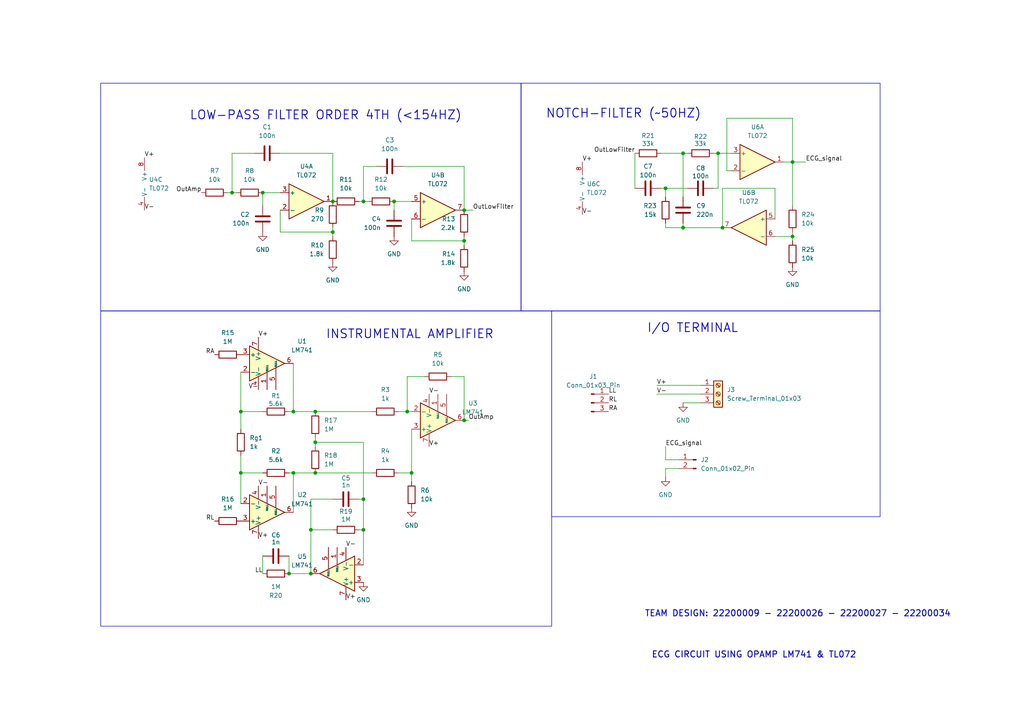
<source format=kicad_sch>
(kicad_sch
	(version 20250114)
	(generator "eeschema")
	(generator_version "9.0")
	(uuid "859e5c89-aaa8-4fad-8b87-10febc6292fa")
	(paper "A4")
	(lib_symbols
		(symbol "Amplifier_Operational:LM741"
			(pin_names
				(offset 0.127)
			)
			(exclude_from_sim no)
			(in_bom yes)
			(on_board yes)
			(property "Reference" "U"
				(at 0 6.35 0)
				(effects
					(font
						(size 1.27 1.27)
					)
					(justify left)
				)
			)
			(property "Value" "LM741"
				(at 0 3.81 0)
				(effects
					(font
						(size 1.27 1.27)
					)
					(justify left)
				)
			)
			(property "Footprint" ""
				(at 1.27 1.27 0)
				(effects
					(font
						(size 1.27 1.27)
					)
					(hide yes)
				)
			)
			(property "Datasheet" "http://www.ti.com/lit/ds/symlink/lm741.pdf"
				(at 3.81 3.81 0)
				(effects
					(font
						(size 1.27 1.27)
					)
					(hide yes)
				)
			)
			(property "Description" "Operational Amplifier, DIP-8/TO-99-8"
				(at 0 0 0)
				(effects
					(font
						(size 1.27 1.27)
					)
					(hide yes)
				)
			)
			(property "ki_keywords" "single opamp"
				(at 0 0 0)
				(effects
					(font
						(size 1.27 1.27)
					)
					(hide yes)
				)
			)
			(property "ki_fp_filters" "SOIC*3.9x4.9mm*P1.27mm* DIP*W7.62mm* TSSOP*3x3mm*P0.65mm*"
				(at 0 0 0)
				(effects
					(font
						(size 1.27 1.27)
					)
					(hide yes)
				)
			)
			(symbol "LM741_0_1"
				(polyline
					(pts
						(xy -5.08 5.08) (xy 5.08 0) (xy -5.08 -5.08) (xy -5.08 5.08)
					)
					(stroke
						(width 0.254)
						(type default)
					)
					(fill
						(type background)
					)
				)
			)
			(symbol "LM741_1_1"
				(pin input line
					(at -7.62 2.54 0)
					(length 2.54)
					(name "+"
						(effects
							(font
								(size 1.27 1.27)
							)
						)
					)
					(number "3"
						(effects
							(font
								(size 1.27 1.27)
							)
						)
					)
				)
				(pin input line
					(at -7.62 -2.54 0)
					(length 2.54)
					(name "-"
						(effects
							(font
								(size 1.27 1.27)
							)
						)
					)
					(number "2"
						(effects
							(font
								(size 1.27 1.27)
							)
						)
					)
				)
				(pin power_in line
					(at -2.54 7.62 270)
					(length 3.81)
					(name "V+"
						(effects
							(font
								(size 1.27 1.27)
							)
						)
					)
					(number "7"
						(effects
							(font
								(size 1.27 1.27)
							)
						)
					)
				)
				(pin power_in line
					(at -2.54 -7.62 90)
					(length 3.81)
					(name "V-"
						(effects
							(font
								(size 1.27 1.27)
							)
						)
					)
					(number "4"
						(effects
							(font
								(size 1.27 1.27)
							)
						)
					)
				)
				(pin no_connect line
					(at 0 2.54 270)
					(length 2.54)
					(hide yes)
					(name "NC"
						(effects
							(font
								(size 1.27 1.27)
							)
						)
					)
					(number "8"
						(effects
							(font
								(size 1.27 1.27)
							)
						)
					)
				)
				(pin input line
					(at 0 -7.62 90)
					(length 5.08)
					(name "NULL"
						(effects
							(font
								(size 0.508 0.508)
							)
						)
					)
					(number "1"
						(effects
							(font
								(size 1.27 1.27)
							)
						)
					)
				)
				(pin input line
					(at 2.54 -7.62 90)
					(length 6.35)
					(name "NULL"
						(effects
							(font
								(size 0.508 0.508)
							)
						)
					)
					(number "5"
						(effects
							(font
								(size 1.27 1.27)
							)
						)
					)
				)
				(pin output line
					(at 7.62 0 180)
					(length 2.54)
					(name "~"
						(effects
							(font
								(size 1.27 1.27)
							)
						)
					)
					(number "6"
						(effects
							(font
								(size 1.27 1.27)
							)
						)
					)
				)
			)
			(embedded_fonts no)
		)
		(symbol "Amplifier_Operational:TL072"
			(pin_names
				(offset 0.127)
			)
			(exclude_from_sim no)
			(in_bom yes)
			(on_board yes)
			(property "Reference" "U"
				(at 0 5.08 0)
				(effects
					(font
						(size 1.27 1.27)
					)
					(justify left)
				)
			)
			(property "Value" "TL072"
				(at 0 -5.08 0)
				(effects
					(font
						(size 1.27 1.27)
					)
					(justify left)
				)
			)
			(property "Footprint" ""
				(at 0 0 0)
				(effects
					(font
						(size 1.27 1.27)
					)
					(hide yes)
				)
			)
			(property "Datasheet" "http://www.ti.com/lit/ds/symlink/tl071.pdf"
				(at 0 0 0)
				(effects
					(font
						(size 1.27 1.27)
					)
					(hide yes)
				)
			)
			(property "Description" "Dual Low-Noise JFET-Input Operational Amplifiers, DIP-8/SOIC-8"
				(at 0 0 0)
				(effects
					(font
						(size 1.27 1.27)
					)
					(hide yes)
				)
			)
			(property "ki_locked" ""
				(at 0 0 0)
				(effects
					(font
						(size 1.27 1.27)
					)
				)
			)
			(property "ki_keywords" "dual opamp"
				(at 0 0 0)
				(effects
					(font
						(size 1.27 1.27)
					)
					(hide yes)
				)
			)
			(property "ki_fp_filters" "SOIC*3.9x4.9mm*P1.27mm* DIP*W7.62mm* TO*99* OnSemi*Micro8* TSSOP*3x3mm*P0.65mm* TSSOP*4.4x3mm*P0.65mm* MSOP*3x3mm*P0.65mm* SSOP*3.9x4.9mm*P0.635mm* LFCSP*2x2mm*P0.5mm* *SIP* SOIC*5.3x6.2mm*P1.27mm*"
				(at 0 0 0)
				(effects
					(font
						(size 1.27 1.27)
					)
					(hide yes)
				)
			)
			(symbol "TL072_1_1"
				(polyline
					(pts
						(xy -5.08 5.08) (xy 5.08 0) (xy -5.08 -5.08) (xy -5.08 5.08)
					)
					(stroke
						(width 0.254)
						(type default)
					)
					(fill
						(type background)
					)
				)
				(pin input line
					(at -7.62 2.54 0)
					(length 2.54)
					(name "+"
						(effects
							(font
								(size 1.27 1.27)
							)
						)
					)
					(number "3"
						(effects
							(font
								(size 1.27 1.27)
							)
						)
					)
				)
				(pin input line
					(at -7.62 -2.54 0)
					(length 2.54)
					(name "-"
						(effects
							(font
								(size 1.27 1.27)
							)
						)
					)
					(number "2"
						(effects
							(font
								(size 1.27 1.27)
							)
						)
					)
				)
				(pin output line
					(at 7.62 0 180)
					(length 2.54)
					(name "~"
						(effects
							(font
								(size 1.27 1.27)
							)
						)
					)
					(number "1"
						(effects
							(font
								(size 1.27 1.27)
							)
						)
					)
				)
			)
			(symbol "TL072_2_1"
				(polyline
					(pts
						(xy -5.08 5.08) (xy 5.08 0) (xy -5.08 -5.08) (xy -5.08 5.08)
					)
					(stroke
						(width 0.254)
						(type default)
					)
					(fill
						(type background)
					)
				)
				(pin input line
					(at -7.62 2.54 0)
					(length 2.54)
					(name "+"
						(effects
							(font
								(size 1.27 1.27)
							)
						)
					)
					(number "5"
						(effects
							(font
								(size 1.27 1.27)
							)
						)
					)
				)
				(pin input line
					(at -7.62 -2.54 0)
					(length 2.54)
					(name "-"
						(effects
							(font
								(size 1.27 1.27)
							)
						)
					)
					(number "6"
						(effects
							(font
								(size 1.27 1.27)
							)
						)
					)
				)
				(pin output line
					(at 7.62 0 180)
					(length 2.54)
					(name "~"
						(effects
							(font
								(size 1.27 1.27)
							)
						)
					)
					(number "7"
						(effects
							(font
								(size 1.27 1.27)
							)
						)
					)
				)
			)
			(symbol "TL072_3_1"
				(pin power_in line
					(at -2.54 7.62 270)
					(length 3.81)
					(name "V+"
						(effects
							(font
								(size 1.27 1.27)
							)
						)
					)
					(number "8"
						(effects
							(font
								(size 1.27 1.27)
							)
						)
					)
				)
				(pin power_in line
					(at -2.54 -7.62 90)
					(length 3.81)
					(name "V-"
						(effects
							(font
								(size 1.27 1.27)
							)
						)
					)
					(number "4"
						(effects
							(font
								(size 1.27 1.27)
							)
						)
					)
				)
			)
			(embedded_fonts no)
		)
		(symbol "Connector:Conn_01x02_Pin"
			(pin_names
				(offset 1.016)
				(hide yes)
			)
			(exclude_from_sim no)
			(in_bom yes)
			(on_board yes)
			(property "Reference" "J"
				(at 0 2.54 0)
				(effects
					(font
						(size 1.27 1.27)
					)
				)
			)
			(property "Value" "Conn_01x02_Pin"
				(at 0 -5.08 0)
				(effects
					(font
						(size 1.27 1.27)
					)
				)
			)
			(property "Footprint" ""
				(at 0 0 0)
				(effects
					(font
						(size 1.27 1.27)
					)
					(hide yes)
				)
			)
			(property "Datasheet" "~"
				(at 0 0 0)
				(effects
					(font
						(size 1.27 1.27)
					)
					(hide yes)
				)
			)
			(property "Description" "Generic connector, single row, 01x02, script generated"
				(at 0 0 0)
				(effects
					(font
						(size 1.27 1.27)
					)
					(hide yes)
				)
			)
			(property "ki_locked" ""
				(at 0 0 0)
				(effects
					(font
						(size 1.27 1.27)
					)
				)
			)
			(property "ki_keywords" "connector"
				(at 0 0 0)
				(effects
					(font
						(size 1.27 1.27)
					)
					(hide yes)
				)
			)
			(property "ki_fp_filters" "Connector*:*_1x??_*"
				(at 0 0 0)
				(effects
					(font
						(size 1.27 1.27)
					)
					(hide yes)
				)
			)
			(symbol "Conn_01x02_Pin_1_1"
				(rectangle
					(start 0.8636 0.127)
					(end 0 -0.127)
					(stroke
						(width 0.1524)
						(type default)
					)
					(fill
						(type outline)
					)
				)
				(rectangle
					(start 0.8636 -2.413)
					(end 0 -2.667)
					(stroke
						(width 0.1524)
						(type default)
					)
					(fill
						(type outline)
					)
				)
				(polyline
					(pts
						(xy 1.27 0) (xy 0.8636 0)
					)
					(stroke
						(width 0.1524)
						(type default)
					)
					(fill
						(type none)
					)
				)
				(polyline
					(pts
						(xy 1.27 -2.54) (xy 0.8636 -2.54)
					)
					(stroke
						(width 0.1524)
						(type default)
					)
					(fill
						(type none)
					)
				)
				(pin passive line
					(at 5.08 0 180)
					(length 3.81)
					(name "Pin_1"
						(effects
							(font
								(size 1.27 1.27)
							)
						)
					)
					(number "1"
						(effects
							(font
								(size 1.27 1.27)
							)
						)
					)
				)
				(pin passive line
					(at 5.08 -2.54 180)
					(length 3.81)
					(name "Pin_2"
						(effects
							(font
								(size 1.27 1.27)
							)
						)
					)
					(number "2"
						(effects
							(font
								(size 1.27 1.27)
							)
						)
					)
				)
			)
			(embedded_fonts no)
		)
		(symbol "Connector:Conn_01x03_Pin"
			(pin_names
				(offset 1.016)
				(hide yes)
			)
			(exclude_from_sim no)
			(in_bom yes)
			(on_board yes)
			(property "Reference" "J"
				(at 0 5.08 0)
				(effects
					(font
						(size 1.27 1.27)
					)
				)
			)
			(property "Value" "Conn_01x03_Pin"
				(at 0 -5.08 0)
				(effects
					(font
						(size 1.27 1.27)
					)
				)
			)
			(property "Footprint" ""
				(at 0 0 0)
				(effects
					(font
						(size 1.27 1.27)
					)
					(hide yes)
				)
			)
			(property "Datasheet" "~"
				(at 0 0 0)
				(effects
					(font
						(size 1.27 1.27)
					)
					(hide yes)
				)
			)
			(property "Description" "Generic connector, single row, 01x03, script generated"
				(at 0 0 0)
				(effects
					(font
						(size 1.27 1.27)
					)
					(hide yes)
				)
			)
			(property "ki_locked" ""
				(at 0 0 0)
				(effects
					(font
						(size 1.27 1.27)
					)
				)
			)
			(property "ki_keywords" "connector"
				(at 0 0 0)
				(effects
					(font
						(size 1.27 1.27)
					)
					(hide yes)
				)
			)
			(property "ki_fp_filters" "Connector*:*_1x??_*"
				(at 0 0 0)
				(effects
					(font
						(size 1.27 1.27)
					)
					(hide yes)
				)
			)
			(symbol "Conn_01x03_Pin_1_1"
				(rectangle
					(start 0.8636 2.667)
					(end 0 2.413)
					(stroke
						(width 0.1524)
						(type default)
					)
					(fill
						(type outline)
					)
				)
				(rectangle
					(start 0.8636 0.127)
					(end 0 -0.127)
					(stroke
						(width 0.1524)
						(type default)
					)
					(fill
						(type outline)
					)
				)
				(rectangle
					(start 0.8636 -2.413)
					(end 0 -2.667)
					(stroke
						(width 0.1524)
						(type default)
					)
					(fill
						(type outline)
					)
				)
				(polyline
					(pts
						(xy 1.27 2.54) (xy 0.8636 2.54)
					)
					(stroke
						(width 0.1524)
						(type default)
					)
					(fill
						(type none)
					)
				)
				(polyline
					(pts
						(xy 1.27 0) (xy 0.8636 0)
					)
					(stroke
						(width 0.1524)
						(type default)
					)
					(fill
						(type none)
					)
				)
				(polyline
					(pts
						(xy 1.27 -2.54) (xy 0.8636 -2.54)
					)
					(stroke
						(width 0.1524)
						(type default)
					)
					(fill
						(type none)
					)
				)
				(pin passive line
					(at 5.08 2.54 180)
					(length 3.81)
					(name "Pin_1"
						(effects
							(font
								(size 1.27 1.27)
							)
						)
					)
					(number "1"
						(effects
							(font
								(size 1.27 1.27)
							)
						)
					)
				)
				(pin passive line
					(at 5.08 0 180)
					(length 3.81)
					(name "Pin_2"
						(effects
							(font
								(size 1.27 1.27)
							)
						)
					)
					(number "2"
						(effects
							(font
								(size 1.27 1.27)
							)
						)
					)
				)
				(pin passive line
					(at 5.08 -2.54 180)
					(length 3.81)
					(name "Pin_3"
						(effects
							(font
								(size 1.27 1.27)
							)
						)
					)
					(number "3"
						(effects
							(font
								(size 1.27 1.27)
							)
						)
					)
				)
			)
			(embedded_fonts no)
		)
		(symbol "Connector:Screw_Terminal_01x03"
			(pin_names
				(offset 1.016)
				(hide yes)
			)
			(exclude_from_sim no)
			(in_bom yes)
			(on_board yes)
			(property "Reference" "J"
				(at 0 5.08 0)
				(effects
					(font
						(size 1.27 1.27)
					)
				)
			)
			(property "Value" "Screw_Terminal_01x03"
				(at 0 -5.08 0)
				(effects
					(font
						(size 1.27 1.27)
					)
				)
			)
			(property "Footprint" ""
				(at 0 0 0)
				(effects
					(font
						(size 1.27 1.27)
					)
					(hide yes)
				)
			)
			(property "Datasheet" "~"
				(at 0 0 0)
				(effects
					(font
						(size 1.27 1.27)
					)
					(hide yes)
				)
			)
			(property "Description" "Generic screw terminal, single row, 01x03, script generated (kicad-library-utils/schlib/autogen/connector/)"
				(at 0 0 0)
				(effects
					(font
						(size 1.27 1.27)
					)
					(hide yes)
				)
			)
			(property "ki_keywords" "screw terminal"
				(at 0 0 0)
				(effects
					(font
						(size 1.27 1.27)
					)
					(hide yes)
				)
			)
			(property "ki_fp_filters" "TerminalBlock*:*"
				(at 0 0 0)
				(effects
					(font
						(size 1.27 1.27)
					)
					(hide yes)
				)
			)
			(symbol "Screw_Terminal_01x03_1_1"
				(rectangle
					(start -1.27 3.81)
					(end 1.27 -3.81)
					(stroke
						(width 0.254)
						(type default)
					)
					(fill
						(type background)
					)
				)
				(polyline
					(pts
						(xy -0.5334 2.8702) (xy 0.3302 2.032)
					)
					(stroke
						(width 0.1524)
						(type default)
					)
					(fill
						(type none)
					)
				)
				(polyline
					(pts
						(xy -0.5334 0.3302) (xy 0.3302 -0.508)
					)
					(stroke
						(width 0.1524)
						(type default)
					)
					(fill
						(type none)
					)
				)
				(polyline
					(pts
						(xy -0.5334 -2.2098) (xy 0.3302 -3.048)
					)
					(stroke
						(width 0.1524)
						(type default)
					)
					(fill
						(type none)
					)
				)
				(polyline
					(pts
						(xy -0.3556 3.048) (xy 0.508 2.2098)
					)
					(stroke
						(width 0.1524)
						(type default)
					)
					(fill
						(type none)
					)
				)
				(polyline
					(pts
						(xy -0.3556 0.508) (xy 0.508 -0.3302)
					)
					(stroke
						(width 0.1524)
						(type default)
					)
					(fill
						(type none)
					)
				)
				(polyline
					(pts
						(xy -0.3556 -2.032) (xy 0.508 -2.8702)
					)
					(stroke
						(width 0.1524)
						(type default)
					)
					(fill
						(type none)
					)
				)
				(circle
					(center 0 2.54)
					(radius 0.635)
					(stroke
						(width 0.1524)
						(type default)
					)
					(fill
						(type none)
					)
				)
				(circle
					(center 0 0)
					(radius 0.635)
					(stroke
						(width 0.1524)
						(type default)
					)
					(fill
						(type none)
					)
				)
				(circle
					(center 0 -2.54)
					(radius 0.635)
					(stroke
						(width 0.1524)
						(type default)
					)
					(fill
						(type none)
					)
				)
				(pin passive line
					(at -5.08 2.54 0)
					(length 3.81)
					(name "Pin_1"
						(effects
							(font
								(size 1.27 1.27)
							)
						)
					)
					(number "1"
						(effects
							(font
								(size 1.27 1.27)
							)
						)
					)
				)
				(pin passive line
					(at -5.08 0 0)
					(length 3.81)
					(name "Pin_2"
						(effects
							(font
								(size 1.27 1.27)
							)
						)
					)
					(number "2"
						(effects
							(font
								(size 1.27 1.27)
							)
						)
					)
				)
				(pin passive line
					(at -5.08 -2.54 0)
					(length 3.81)
					(name "Pin_3"
						(effects
							(font
								(size 1.27 1.27)
							)
						)
					)
					(number "3"
						(effects
							(font
								(size 1.27 1.27)
							)
						)
					)
				)
			)
			(embedded_fonts no)
		)
		(symbol "Device:C"
			(pin_numbers
				(hide yes)
			)
			(pin_names
				(offset 0.254)
			)
			(exclude_from_sim no)
			(in_bom yes)
			(on_board yes)
			(property "Reference" "C"
				(at 0.635 2.54 0)
				(effects
					(font
						(size 1.27 1.27)
					)
					(justify left)
				)
			)
			(property "Value" "C"
				(at 0.635 -2.54 0)
				(effects
					(font
						(size 1.27 1.27)
					)
					(justify left)
				)
			)
			(property "Footprint" ""
				(at 0.9652 -3.81 0)
				(effects
					(font
						(size 1.27 1.27)
					)
					(hide yes)
				)
			)
			(property "Datasheet" "~"
				(at 0 0 0)
				(effects
					(font
						(size 1.27 1.27)
					)
					(hide yes)
				)
			)
			(property "Description" "Unpolarized capacitor"
				(at 0 0 0)
				(effects
					(font
						(size 1.27 1.27)
					)
					(hide yes)
				)
			)
			(property "ki_keywords" "cap capacitor"
				(at 0 0 0)
				(effects
					(font
						(size 1.27 1.27)
					)
					(hide yes)
				)
			)
			(property "ki_fp_filters" "C_*"
				(at 0 0 0)
				(effects
					(font
						(size 1.27 1.27)
					)
					(hide yes)
				)
			)
			(symbol "C_0_1"
				(polyline
					(pts
						(xy -2.032 0.762) (xy 2.032 0.762)
					)
					(stroke
						(width 0.508)
						(type default)
					)
					(fill
						(type none)
					)
				)
				(polyline
					(pts
						(xy -2.032 -0.762) (xy 2.032 -0.762)
					)
					(stroke
						(width 0.508)
						(type default)
					)
					(fill
						(type none)
					)
				)
			)
			(symbol "C_1_1"
				(pin passive line
					(at 0 3.81 270)
					(length 2.794)
					(name "~"
						(effects
							(font
								(size 1.27 1.27)
							)
						)
					)
					(number "1"
						(effects
							(font
								(size 1.27 1.27)
							)
						)
					)
				)
				(pin passive line
					(at 0 -3.81 90)
					(length 2.794)
					(name "~"
						(effects
							(font
								(size 1.27 1.27)
							)
						)
					)
					(number "2"
						(effects
							(font
								(size 1.27 1.27)
							)
						)
					)
				)
			)
			(embedded_fonts no)
		)
		(symbol "Device:R"
			(pin_numbers
				(hide yes)
			)
			(pin_names
				(offset 0)
			)
			(exclude_from_sim no)
			(in_bom yes)
			(on_board yes)
			(property "Reference" "R"
				(at 2.032 0 90)
				(effects
					(font
						(size 1.27 1.27)
					)
				)
			)
			(property "Value" "R"
				(at 0 0 90)
				(effects
					(font
						(size 1.27 1.27)
					)
				)
			)
			(property "Footprint" ""
				(at -1.778 0 90)
				(effects
					(font
						(size 1.27 1.27)
					)
					(hide yes)
				)
			)
			(property "Datasheet" "~"
				(at 0 0 0)
				(effects
					(font
						(size 1.27 1.27)
					)
					(hide yes)
				)
			)
			(property "Description" "Resistor"
				(at 0 0 0)
				(effects
					(font
						(size 1.27 1.27)
					)
					(hide yes)
				)
			)
			(property "ki_keywords" "R res resistor"
				(at 0 0 0)
				(effects
					(font
						(size 1.27 1.27)
					)
					(hide yes)
				)
			)
			(property "ki_fp_filters" "R_*"
				(at 0 0 0)
				(effects
					(font
						(size 1.27 1.27)
					)
					(hide yes)
				)
			)
			(symbol "R_0_1"
				(rectangle
					(start -1.016 -2.54)
					(end 1.016 2.54)
					(stroke
						(width 0.254)
						(type default)
					)
					(fill
						(type none)
					)
				)
			)
			(symbol "R_1_1"
				(pin passive line
					(at 0 3.81 270)
					(length 1.27)
					(name "~"
						(effects
							(font
								(size 1.27 1.27)
							)
						)
					)
					(number "1"
						(effects
							(font
								(size 1.27 1.27)
							)
						)
					)
				)
				(pin passive line
					(at 0 -3.81 90)
					(length 1.27)
					(name "~"
						(effects
							(font
								(size 1.27 1.27)
							)
						)
					)
					(number "2"
						(effects
							(font
								(size 1.27 1.27)
							)
						)
					)
				)
			)
			(embedded_fonts no)
		)
		(symbol "power:GND"
			(power)
			(pin_numbers
				(hide yes)
			)
			(pin_names
				(offset 0)
				(hide yes)
			)
			(exclude_from_sim no)
			(in_bom yes)
			(on_board yes)
			(property "Reference" "#PWR"
				(at 0 -6.35 0)
				(effects
					(font
						(size 1.27 1.27)
					)
					(hide yes)
				)
			)
			(property "Value" "GND"
				(at 0 -3.81 0)
				(effects
					(font
						(size 1.27 1.27)
					)
				)
			)
			(property "Footprint" ""
				(at 0 0 0)
				(effects
					(font
						(size 1.27 1.27)
					)
					(hide yes)
				)
			)
			(property "Datasheet" ""
				(at 0 0 0)
				(effects
					(font
						(size 1.27 1.27)
					)
					(hide yes)
				)
			)
			(property "Description" "Power symbol creates a global label with name \"GND\" , ground"
				(at 0 0 0)
				(effects
					(font
						(size 1.27 1.27)
					)
					(hide yes)
				)
			)
			(property "ki_keywords" "global power"
				(at 0 0 0)
				(effects
					(font
						(size 1.27 1.27)
					)
					(hide yes)
				)
			)
			(symbol "GND_0_1"
				(polyline
					(pts
						(xy 0 0) (xy 0 -1.27) (xy 1.27 -1.27) (xy 0 -2.54) (xy -1.27 -1.27) (xy 0 -1.27)
					)
					(stroke
						(width 0)
						(type default)
					)
					(fill
						(type none)
					)
				)
			)
			(symbol "GND_1_1"
				(pin power_in line
					(at 0 0 270)
					(length 0)
					(name "~"
						(effects
							(font
								(size 1.27 1.27)
							)
						)
					)
					(number "1"
						(effects
							(font
								(size 1.27 1.27)
							)
						)
					)
				)
			)
			(embedded_fonts no)
		)
	)
	(rectangle
		(start 29.21 24.13)
		(end 151.13 90.17)
		(stroke
			(width 0)
			(type default)
		)
		(fill
			(type none)
		)
		(uuid 0e9994bd-b49f-482a-833e-0817a6b43b1b)
	)
	(rectangle
		(start 160.02 90.17)
		(end 255.27 149.86)
		(stroke
			(width 0)
			(type default)
		)
		(fill
			(type none)
		)
		(uuid 701f9fc3-8044-4b5e-bc2c-901ff4c0736c)
	)
	(rectangle
		(start 151.13 24.13)
		(end 255.27 90.17)
		(stroke
			(width 0)
			(type default)
		)
		(fill
			(type none)
		)
		(uuid 79b2fb8e-ace8-405d-8d29-7e3038881bcb)
	)
	(rectangle
		(start 29.21 90.17)
		(end 160.02 181.61)
		(stroke
			(width 0)
			(type default)
		)
		(fill
			(type none)
		)
		(uuid c2bebb10-f52e-4462-8dbd-86c442498c0a)
	)
	(text "INSTRUMENTAL AMPLIFIER"
		(exclude_from_sim no)
		(at 118.872 97.028 0)
		(effects
			(font
				(size 2.54 2.54)
				(thickness 0.254)
				(bold yes)
			)
			(href "#1")
		)
		(uuid "0454d572-fcfb-4edf-94f7-cca4e7ace1ff")
	)
	(text "LOW-PASS FILTER ORDER 4TH (<154HZ)"
		(exclude_from_sim no)
		(at 94.488 33.528 0)
		(effects
			(font
				(size 2.54 2.54)
				(thickness 0.254)
				(bold yes)
			)
		)
		(uuid "1243d959-73dd-48e5-9aff-d2deef78b0e8")
	)
	(text "ECG CIRCUIT USING OPAMP LM741 & TL072"
		(exclude_from_sim no)
		(at 218.694 189.992 0)
		(effects
			(font
				(size 1.778 1.778)
				(thickness 0.254)
				(bold yes)
			)
		)
		(uuid "1ac54fbc-5c59-4004-ac29-a36051188d1c")
	)
	(text "I/O TERMINAL"
		(exclude_from_sim no)
		(at 200.914 95.25 0)
		(effects
			(font
				(size 2.54 2.54)
				(thickness 0.254)
				(bold yes)
			)
		)
		(uuid "2497cdd0-e581-4094-8d4b-d33d90aac25f")
	)
	(text "TEAM DESIGN: 22200009 - 22200026 - 22200027 - 22200034"
		(exclude_from_sim no)
		(at 231.394 178.054 0)
		(effects
			(font
				(size 1.778 1.778)
				(thickness 0.254)
				(bold yes)
			)
		)
		(uuid "626d7cf3-2764-47da-b769-38308604dbf3")
	)
	(text "NOTCH-FILTER (~50HZ)"
		(exclude_from_sim no)
		(at 180.848 33.02 0)
		(effects
			(font
				(size 2.54 2.54)
				(thickness 0.254)
				(bold yes)
			)
		)
		(uuid "d2b7b145-1365-40d9-a88f-8d6cf1ce7a89")
	)
	(junction
		(at 83.82 166.37)
		(diameter 0)
		(color 0 0 0 0)
		(uuid "0512fa56-688d-4c70-89ee-c0f5c6ce33fe")
	)
	(junction
		(at 69.85 137.16)
		(diameter 0)
		(color 0 0 0 0)
		(uuid "05f5f8d8-91a6-4b55-8a50-ca276b95fc73")
	)
	(junction
		(at 198.12 44.45)
		(diameter 0)
		(color 0 0 0 0)
		(uuid "1deabeec-f16d-404e-ba88-75dd4b8a7fc9")
	)
	(junction
		(at 91.44 137.16)
		(diameter 0)
		(color 0 0 0 0)
		(uuid "253b2a97-77d2-41de-b477-d428740fdf99")
	)
	(junction
		(at 91.44 128.27)
		(diameter 0)
		(color 0 0 0 0)
		(uuid "2702066e-bcef-479b-9f42-66f766f035c0")
	)
	(junction
		(at 209.55 66.04)
		(diameter 0)
		(color 0 0 0 0)
		(uuid "29d431ee-d7b1-4844-91d8-5e22ea237fc3")
	)
	(junction
		(at 119.38 137.16)
		(diameter 0)
		(color 0 0 0 0)
		(uuid "3d9ba245-cebc-4227-9ddd-2eec8dc97b4a")
	)
	(junction
		(at 91.44 119.38)
		(diameter 0)
		(color 0 0 0 0)
		(uuid "3f5cc2a4-b6e2-4f32-9348-3466e694d723")
	)
	(junction
		(at 96.52 58.42)
		(diameter 0)
		(color 0 0 0 0)
		(uuid "42dba9e1-374b-4053-b122-43f79196ddf1")
	)
	(junction
		(at 198.12 66.04)
		(diameter 0)
		(color 0 0 0 0)
		(uuid "5538caa6-855c-48d3-9999-ab0ee52453d2")
	)
	(junction
		(at 229.87 68.58)
		(diameter 0)
		(color 0 0 0 0)
		(uuid "57d52415-e263-4968-8f14-dd2e027d9475")
	)
	(junction
		(at 96.52 67.31)
		(diameter 0)
		(color 0 0 0 0)
		(uuid "6368209c-aa3b-4000-a63a-9dc7a75e15ae")
	)
	(junction
		(at 90.17 166.37)
		(diameter 0)
		(color 0 0 0 0)
		(uuid "677758df-6e05-434b-aab9-9ddf5187f041")
	)
	(junction
		(at 193.04 54.61)
		(diameter 0)
		(color 0 0 0 0)
		(uuid "7ce8f3f2-0e41-4425-8bf4-d793561964f6")
	)
	(junction
		(at 90.17 153.67)
		(diameter 0)
		(color 0 0 0 0)
		(uuid "868851b0-53fd-4946-bd93-ddc082edaed9")
	)
	(junction
		(at 229.87 46.99)
		(diameter 0)
		(color 0 0 0 0)
		(uuid "87dce8d4-51e6-46d9-a08f-b4318588a740")
	)
	(junction
		(at 208.28 44.45)
		(diameter 0)
		(color 0 0 0 0)
		(uuid "a02c0364-3320-4cff-b909-4658d4b9d56b")
	)
	(junction
		(at 134.62 69.85)
		(diameter 0)
		(color 0 0 0 0)
		(uuid "b2b67c48-52fb-4159-b1ca-c90044fc5b13")
	)
	(junction
		(at 85.09 119.38)
		(diameter 0)
		(color 0 0 0 0)
		(uuid "b3b876a0-ebdc-4bc9-a314-5b980e18499c")
	)
	(junction
		(at 67.31 55.88)
		(diameter 0)
		(color 0 0 0 0)
		(uuid "b690e22e-b39b-487e-b08e-f4ca73751588")
	)
	(junction
		(at 69.85 119.38)
		(diameter 0)
		(color 0 0 0 0)
		(uuid "ba42d2bb-1033-4b4d-844c-494ac514e529")
	)
	(junction
		(at 118.11 119.38)
		(diameter 0)
		(color 0 0 0 0)
		(uuid "c1fd58fc-bbe4-4928-8791-d0cfcd5d0e62")
	)
	(junction
		(at 85.09 137.16)
		(diameter 0)
		(color 0 0 0 0)
		(uuid "c2362841-6905-4da6-8f01-d866f4ad658e")
	)
	(junction
		(at 76.2 55.88)
		(diameter 0)
		(color 0 0 0 0)
		(uuid "c36f42e4-a18f-4c4d-8a2e-e221fc9cab0d")
	)
	(junction
		(at 114.3 58.42)
		(diameter 0)
		(color 0 0 0 0)
		(uuid "c573409c-c6c1-4e2b-bbf5-09d1a98f417f")
	)
	(junction
		(at 134.62 60.96)
		(diameter 0)
		(color 0 0 0 0)
		(uuid "d04af48a-44ba-4b4f-9b9a-2a56b758c6b1")
	)
	(junction
		(at 105.41 144.78)
		(diameter 0)
		(color 0 0 0 0)
		(uuid "d09054a2-378a-4cdb-8292-471cb5631ff4")
	)
	(junction
		(at 134.62 121.92)
		(diameter 0)
		(color 0 0 0 0)
		(uuid "d5eea37d-bbe9-4669-b121-9b86e0b9fd00")
	)
	(junction
		(at 105.41 58.42)
		(diameter 0)
		(color 0 0 0 0)
		(uuid "e8c808a5-7f10-4577-b73a-83fb036f7905")
	)
	(junction
		(at 105.41 153.67)
		(diameter 0)
		(color 0 0 0 0)
		(uuid "fec4f1e1-9116-4498-8db6-1644d256bb8e")
	)
	(wire
		(pts
			(xy 193.04 54.61) (xy 193.04 57.15)
		)
		(stroke
			(width 0)
			(type default)
		)
		(uuid "0064e290-d939-4a7a-a6d1-d1454ec95a62")
	)
	(wire
		(pts
			(xy 229.87 68.58) (xy 229.87 69.85)
		)
		(stroke
			(width 0)
			(type default)
		)
		(uuid "00efe2ee-2de8-4ad7-b544-4640ef41924d")
	)
	(wire
		(pts
			(xy 134.62 121.92) (xy 135.89 121.92)
		)
		(stroke
			(width 0)
			(type default)
		)
		(uuid "04764001-3a18-4eaf-a394-93a8f45ef725")
	)
	(wire
		(pts
			(xy 115.57 119.38) (xy 118.11 119.38)
		)
		(stroke
			(width 0)
			(type default)
		)
		(uuid "04a952c3-eefa-484a-950a-73749cf3f4f2")
	)
	(wire
		(pts
			(xy 198.12 44.45) (xy 198.12 57.15)
		)
		(stroke
			(width 0)
			(type default)
		)
		(uuid "0a94b282-a1f1-4529-8000-c40a7c310e8c")
	)
	(wire
		(pts
			(xy 90.17 153.67) (xy 90.17 166.37)
		)
		(stroke
			(width 0)
			(type default)
		)
		(uuid "0afef926-3fee-4b69-a528-4103493399a5")
	)
	(wire
		(pts
			(xy 91.44 127) (xy 91.44 128.27)
		)
		(stroke
			(width 0)
			(type default)
		)
		(uuid "0b32c854-33a9-454d-84b2-940079bd4fbe")
	)
	(wire
		(pts
			(xy 119.38 119.38) (xy 118.11 119.38)
		)
		(stroke
			(width 0)
			(type default)
		)
		(uuid "0c43b099-4ab2-42f6-9f38-b2961cd8c0f8")
	)
	(wire
		(pts
			(xy 96.52 144.78) (xy 90.17 144.78)
		)
		(stroke
			(width 0)
			(type default)
		)
		(uuid "0cb2aa7c-f0af-4c62-87d7-92768efc26a2")
	)
	(wire
		(pts
			(xy 83.82 119.38) (xy 85.09 119.38)
		)
		(stroke
			(width 0)
			(type default)
		)
		(uuid "0ef159df-2486-4045-99c9-c5ccd68ac11f")
	)
	(wire
		(pts
			(xy 209.55 54.61) (xy 209.55 66.04)
		)
		(stroke
			(width 0)
			(type default)
		)
		(uuid "14583364-8ad9-4c52-8943-20ebf57b5167")
	)
	(wire
		(pts
			(xy 118.11 109.22) (xy 118.11 119.38)
		)
		(stroke
			(width 0)
			(type default)
		)
		(uuid "163a9ff3-74e7-4f11-a405-c197d9c45729")
	)
	(wire
		(pts
			(xy 109.22 48.26) (xy 105.41 48.26)
		)
		(stroke
			(width 0)
			(type default)
		)
		(uuid "17b98341-b20c-4844-888e-e0060f97765c")
	)
	(wire
		(pts
			(xy 116.84 48.26) (xy 134.62 48.26)
		)
		(stroke
			(width 0)
			(type default)
		)
		(uuid "225550e4-055a-481e-a573-d68e4e1f415a")
	)
	(wire
		(pts
			(xy 81.28 44.45) (xy 96.52 44.45)
		)
		(stroke
			(width 0)
			(type default)
		)
		(uuid "25ea41e3-7db7-4620-b067-bdbda886a38c")
	)
	(wire
		(pts
			(xy 190.5 111.76) (xy 203.2 111.76)
		)
		(stroke
			(width 0)
			(type default)
		)
		(uuid "2910c727-67b7-45b9-95c4-d11584909dd4")
	)
	(wire
		(pts
			(xy 96.52 66.04) (xy 96.52 67.31)
		)
		(stroke
			(width 0)
			(type default)
		)
		(uuid "29e557c1-90ad-424e-8cf3-1cf20ba44a26")
	)
	(wire
		(pts
			(xy 114.3 58.42) (xy 114.3 60.96)
		)
		(stroke
			(width 0)
			(type default)
		)
		(uuid "2dbcd14a-94de-49df-aedd-193e4477fa45")
	)
	(wire
		(pts
			(xy 224.79 54.61) (xy 209.55 54.61)
		)
		(stroke
			(width 0)
			(type default)
		)
		(uuid "30886f64-65cb-4c9b-9eca-fe8c3d5d94a1")
	)
	(wire
		(pts
			(xy 198.12 44.45) (xy 199.39 44.45)
		)
		(stroke
			(width 0)
			(type default)
		)
		(uuid "30d4b70c-f331-407b-8e17-fff385c1b84c")
	)
	(wire
		(pts
			(xy 134.62 48.26) (xy 134.62 60.96)
		)
		(stroke
			(width 0)
			(type default)
		)
		(uuid "31136b24-9a8e-4c79-80cc-5271126cbff3")
	)
	(wire
		(pts
			(xy 123.19 109.22) (xy 118.11 109.22)
		)
		(stroke
			(width 0)
			(type default)
		)
		(uuid "31493653-242d-4027-b88e-2891e0441b44")
	)
	(wire
		(pts
			(xy 105.41 58.42) (xy 106.68 58.42)
		)
		(stroke
			(width 0)
			(type default)
		)
		(uuid "326669b2-8bf9-47e2-b7c5-21d1444e1679")
	)
	(wire
		(pts
			(xy 193.04 129.54) (xy 193.04 133.35)
		)
		(stroke
			(width 0)
			(type default)
		)
		(uuid "35cc751e-27f6-431e-a833-e650138780b1")
	)
	(wire
		(pts
			(xy 114.3 58.42) (xy 119.38 58.42)
		)
		(stroke
			(width 0)
			(type default)
		)
		(uuid "36ec55be-009f-471e-8420-74032cc14d97")
	)
	(wire
		(pts
			(xy 191.77 44.45) (xy 198.12 44.45)
		)
		(stroke
			(width 0)
			(type default)
		)
		(uuid "383267dd-b8d3-4dc2-8a2a-2a0c626eda3b")
	)
	(wire
		(pts
			(xy 210.82 49.53) (xy 210.82 34.29)
		)
		(stroke
			(width 0)
			(type default)
		)
		(uuid "39b8c6ba-dda0-4548-9b7f-7f85ae94d53c")
	)
	(wire
		(pts
			(xy 229.87 46.99) (xy 229.87 59.69)
		)
		(stroke
			(width 0)
			(type default)
		)
		(uuid "3e506e6a-2f0d-45f7-a6a6-d670fdd20180")
	)
	(wire
		(pts
			(xy 193.04 66.04) (xy 198.12 66.04)
		)
		(stroke
			(width 0)
			(type default)
		)
		(uuid "41e7eb79-2c1e-459f-841b-5c5abc84c1e4")
	)
	(wire
		(pts
			(xy 119.38 124.46) (xy 119.38 137.16)
		)
		(stroke
			(width 0)
			(type default)
		)
		(uuid "425b1d3d-95c6-496a-82e6-efe51e72cf81")
	)
	(wire
		(pts
			(xy 224.79 68.58) (xy 229.87 68.58)
		)
		(stroke
			(width 0)
			(type default)
		)
		(uuid "449b9488-2cb0-4d5c-98de-2f84d9d9a4cc")
	)
	(wire
		(pts
			(xy 91.44 128.27) (xy 105.41 128.27)
		)
		(stroke
			(width 0)
			(type default)
		)
		(uuid "469cdff2-f1a5-41be-b257-f42c5ef30c4b")
	)
	(wire
		(pts
			(xy 69.85 119.38) (xy 69.85 107.95)
		)
		(stroke
			(width 0)
			(type default)
		)
		(uuid "48e14d42-7ccc-4976-a73d-69f5dc4f87a0")
	)
	(wire
		(pts
			(xy 119.38 137.16) (xy 119.38 139.7)
		)
		(stroke
			(width 0)
			(type default)
		)
		(uuid "4a33b1cb-86a6-4a58-9b7f-ba902b369740")
	)
	(wire
		(pts
			(xy 69.85 124.46) (xy 69.85 119.38)
		)
		(stroke
			(width 0)
			(type default)
		)
		(uuid "4a74ee36-8283-4d66-a010-e906053f97b2")
	)
	(wire
		(pts
			(xy 227.33 46.99) (xy 229.87 46.99)
		)
		(stroke
			(width 0)
			(type default)
		)
		(uuid "4aa12c14-dbad-4641-8185-1b71c22770f5")
	)
	(wire
		(pts
			(xy 69.85 137.16) (xy 69.85 146.05)
		)
		(stroke
			(width 0)
			(type default)
		)
		(uuid "501dc608-3e3d-43ad-ab68-849a51dd52cf")
	)
	(wire
		(pts
			(xy 208.28 44.45) (xy 212.09 44.45)
		)
		(stroke
			(width 0)
			(type default)
		)
		(uuid "5536d23e-7a1f-4ef8-ac24-9beba8c14034")
	)
	(wire
		(pts
			(xy 66.04 55.88) (xy 67.31 55.88)
		)
		(stroke
			(width 0)
			(type default)
		)
		(uuid "564d3752-0d3f-4e4c-bb8c-ad201992cb00")
	)
	(wire
		(pts
			(xy 81.28 60.96) (xy 81.28 67.31)
		)
		(stroke
			(width 0)
			(type default)
		)
		(uuid "58d483ef-c664-4b6f-bb88-76758e4f84ef")
	)
	(wire
		(pts
			(xy 91.44 137.16) (xy 107.95 137.16)
		)
		(stroke
			(width 0)
			(type default)
		)
		(uuid "5c161f4d-02f6-49dc-a624-ce5c5d89d418")
	)
	(wire
		(pts
			(xy 76.2 55.88) (xy 81.28 55.88)
		)
		(stroke
			(width 0)
			(type default)
		)
		(uuid "5f1f06e4-f1cb-45ba-bfa3-91482249b3a2")
	)
	(wire
		(pts
			(xy 224.79 63.5) (xy 224.79 54.61)
		)
		(stroke
			(width 0)
			(type default)
		)
		(uuid "61f48e52-f67a-49b1-8876-67d766b0a40f")
	)
	(wire
		(pts
			(xy 119.38 63.5) (xy 119.38 69.85)
		)
		(stroke
			(width 0)
			(type default)
		)
		(uuid "67405b17-415e-4ed2-aebd-780c17c1aa0a")
	)
	(wire
		(pts
			(xy 83.82 166.37) (xy 90.17 166.37)
		)
		(stroke
			(width 0)
			(type default)
		)
		(uuid "678f949d-fde5-4c34-b37b-076f911adeba")
	)
	(wire
		(pts
			(xy 69.85 132.08) (xy 69.85 137.16)
		)
		(stroke
			(width 0)
			(type default)
		)
		(uuid "6a7cc5c4-6e1c-4f2a-bb9a-00ea42da0bd0")
	)
	(wire
		(pts
			(xy 198.12 66.04) (xy 209.55 66.04)
		)
		(stroke
			(width 0)
			(type default)
		)
		(uuid "6b035af8-2bf5-47d2-9c3e-3fbb2600fe7c")
	)
	(wire
		(pts
			(xy 229.87 46.99) (xy 233.68 46.99)
		)
		(stroke
			(width 0)
			(type default)
		)
		(uuid "73501ab4-2be7-493e-8c1c-06f362f809a4")
	)
	(wire
		(pts
			(xy 105.41 48.26) (xy 105.41 58.42)
		)
		(stroke
			(width 0)
			(type default)
		)
		(uuid "7687fd04-b5e0-49c0-a2f3-fef34a7ef661")
	)
	(wire
		(pts
			(xy 69.85 137.16) (xy 76.2 137.16)
		)
		(stroke
			(width 0)
			(type default)
		)
		(uuid "7a8b773d-85cf-4673-97f8-3104ba90275e")
	)
	(wire
		(pts
			(xy 193.04 54.61) (xy 199.39 54.61)
		)
		(stroke
			(width 0)
			(type default)
		)
		(uuid "7cc7e45b-c5b4-423e-bcc1-22a5dd02252e")
	)
	(wire
		(pts
			(xy 81.28 67.31) (xy 96.52 67.31)
		)
		(stroke
			(width 0)
			(type default)
		)
		(uuid "84f6677c-f121-4576-bf5f-22ab88ab5341")
	)
	(wire
		(pts
			(xy 190.5 114.3) (xy 203.2 114.3)
		)
		(stroke
			(width 0)
			(type default)
		)
		(uuid "851ee222-2595-419a-a5f7-6964587aeca2")
	)
	(wire
		(pts
			(xy 193.04 135.89) (xy 193.04 138.43)
		)
		(stroke
			(width 0)
			(type default)
		)
		(uuid "87b7f59b-6567-45de-84d6-99bfdaf016fb")
	)
	(wire
		(pts
			(xy 83.82 161.29) (xy 83.82 166.37)
		)
		(stroke
			(width 0)
			(type default)
		)
		(uuid "87e1e983-8975-4468-89a8-9a7840a63b97")
	)
	(wire
		(pts
			(xy 104.14 144.78) (xy 105.41 144.78)
		)
		(stroke
			(width 0)
			(type default)
		)
		(uuid "8a76ccdd-b736-4c5f-95e7-d2bde5375993")
	)
	(wire
		(pts
			(xy 208.28 44.45) (xy 208.28 54.61)
		)
		(stroke
			(width 0)
			(type default)
		)
		(uuid "8bcc7078-7257-44e5-b0d0-85552948d4cc")
	)
	(wire
		(pts
			(xy 83.82 137.16) (xy 85.09 137.16)
		)
		(stroke
			(width 0)
			(type default)
		)
		(uuid "8d0777c6-3b4b-42d1-b1d2-6f3a9ed36a67")
	)
	(wire
		(pts
			(xy 96.52 153.67) (xy 90.17 153.67)
		)
		(stroke
			(width 0)
			(type default)
		)
		(uuid "916c03e3-f720-4488-8904-7a5edb6add09")
	)
	(wire
		(pts
			(xy 104.14 153.67) (xy 105.41 153.67)
		)
		(stroke
			(width 0)
			(type default)
		)
		(uuid "9178a472-ae5a-4ca6-ad86-d81ca018cfe6")
	)
	(wire
		(pts
			(xy 134.62 109.22) (xy 134.62 121.92)
		)
		(stroke
			(width 0)
			(type default)
		)
		(uuid "93e0050d-a151-4577-a0b8-a5d136ce571e")
	)
	(wire
		(pts
			(xy 96.52 44.45) (xy 96.52 58.42)
		)
		(stroke
			(width 0)
			(type default)
		)
		(uuid "96e192b1-ed93-4a08-9ce6-5ce772b2fbbd")
	)
	(wire
		(pts
			(xy 229.87 67.31) (xy 229.87 68.58)
		)
		(stroke
			(width 0)
			(type default)
		)
		(uuid "9ea7c2ec-1f71-4cde-9b18-99754d957a6d")
	)
	(wire
		(pts
			(xy 196.85 135.89) (xy 193.04 135.89)
		)
		(stroke
			(width 0)
			(type default)
		)
		(uuid "ac2093c0-e081-4505-855e-0983ba937ea4")
	)
	(wire
		(pts
			(xy 91.44 128.27) (xy 91.44 129.54)
		)
		(stroke
			(width 0)
			(type default)
		)
		(uuid "adc0fdc1-8eca-4b06-8ca6-47802343bc10")
	)
	(wire
		(pts
			(xy 198.12 66.04) (xy 198.12 64.77)
		)
		(stroke
			(width 0)
			(type default)
		)
		(uuid "b8d8b871-9a5e-40bb-a4aa-72a6d207da1d")
	)
	(wire
		(pts
			(xy 184.15 44.45) (xy 184.15 54.61)
		)
		(stroke
			(width 0)
			(type default)
		)
		(uuid "ba9552cd-32f7-4dec-bda8-ee363ec9ec15")
	)
	(wire
		(pts
			(xy 90.17 144.78) (xy 90.17 153.67)
		)
		(stroke
			(width 0)
			(type default)
		)
		(uuid "bdbaf82e-2be8-464b-9733-d66339ed6bca")
	)
	(wire
		(pts
			(xy 85.09 119.38) (xy 85.09 105.41)
		)
		(stroke
			(width 0)
			(type default)
		)
		(uuid "c1af984a-fc73-4761-a842-b81428c7ca7e")
	)
	(wire
		(pts
			(xy 105.41 153.67) (xy 105.41 163.83)
		)
		(stroke
			(width 0)
			(type default)
		)
		(uuid "c1fa635a-d28c-45b2-8369-ad266101b460")
	)
	(wire
		(pts
			(xy 115.57 137.16) (xy 119.38 137.16)
		)
		(stroke
			(width 0)
			(type default)
		)
		(uuid "c40b6dfd-60aa-4d02-9693-a53dd5d3fc88")
	)
	(wire
		(pts
			(xy 107.95 119.38) (xy 91.44 119.38)
		)
		(stroke
			(width 0)
			(type default)
		)
		(uuid "c43b098f-4d47-48bc-86db-7e263d22fb41")
	)
	(wire
		(pts
			(xy 96.52 67.31) (xy 96.52 68.58)
		)
		(stroke
			(width 0)
			(type default)
		)
		(uuid "c5e6d7ca-676d-41d9-b6d2-ef0904dc189b")
	)
	(wire
		(pts
			(xy 91.44 119.38) (xy 85.09 119.38)
		)
		(stroke
			(width 0)
			(type default)
		)
		(uuid "c9a28737-3823-4ddd-8d9d-cd1bb609da08")
	)
	(wire
		(pts
			(xy 76.2 161.29) (xy 76.2 166.37)
		)
		(stroke
			(width 0)
			(type default)
		)
		(uuid "c9dd8064-1f88-4d81-93f1-0b0d0fd044b2")
	)
	(wire
		(pts
			(xy 212.09 49.53) (xy 210.82 49.53)
		)
		(stroke
			(width 0)
			(type default)
		)
		(uuid "cadca7aa-a976-4b6c-a764-1f8b4f04e06d")
	)
	(wire
		(pts
			(xy 105.41 144.78) (xy 105.41 153.67)
		)
		(stroke
			(width 0)
			(type default)
		)
		(uuid "cb88954c-3f27-4d15-ae9f-f27a49e5efea")
	)
	(wire
		(pts
			(xy 119.38 69.85) (xy 134.62 69.85)
		)
		(stroke
			(width 0)
			(type default)
		)
		(uuid "d5617c78-12c6-4d05-bf67-fae38264a5d9")
	)
	(wire
		(pts
			(xy 191.77 54.61) (xy 193.04 54.61)
		)
		(stroke
			(width 0)
			(type default)
		)
		(uuid "d7c4c40f-0fff-4cb0-b254-3906433d33c1")
	)
	(wire
		(pts
			(xy 104.14 58.42) (xy 105.41 58.42)
		)
		(stroke
			(width 0)
			(type default)
		)
		(uuid "d954bf98-9dcb-4c59-9cdb-719005f236e5")
	)
	(wire
		(pts
			(xy 193.04 64.77) (xy 193.04 66.04)
		)
		(stroke
			(width 0)
			(type default)
		)
		(uuid "dc2a74cb-cbd0-45cb-b18f-76be10086636")
	)
	(wire
		(pts
			(xy 67.31 44.45) (xy 67.31 55.88)
		)
		(stroke
			(width 0)
			(type default)
		)
		(uuid "de3ada97-287b-416a-9dd5-628160e94836")
	)
	(wire
		(pts
			(xy 67.31 55.88) (xy 68.58 55.88)
		)
		(stroke
			(width 0)
			(type default)
		)
		(uuid "de4810f7-a343-4944-8a8d-45779220a4de")
	)
	(wire
		(pts
			(xy 85.09 137.16) (xy 85.09 148.59)
		)
		(stroke
			(width 0)
			(type default)
		)
		(uuid "e39ecd48-1f4d-4d4b-a6cd-df3d9eb23700")
	)
	(wire
		(pts
			(xy 134.62 69.85) (xy 134.62 71.12)
		)
		(stroke
			(width 0)
			(type default)
		)
		(uuid "e5de4050-06b7-4231-817d-a8779b8546d9")
	)
	(wire
		(pts
			(xy 130.81 109.22) (xy 134.62 109.22)
		)
		(stroke
			(width 0)
			(type default)
		)
		(uuid "ea4f216d-c31f-472e-94dc-57fc00380ef9")
	)
	(wire
		(pts
			(xy 134.62 68.58) (xy 134.62 69.85)
		)
		(stroke
			(width 0)
			(type default)
		)
		(uuid "ea5913aa-8c50-4065-96a1-183a9dfc8692")
	)
	(wire
		(pts
			(xy 207.01 54.61) (xy 208.28 54.61)
		)
		(stroke
			(width 0)
			(type default)
		)
		(uuid "eab0674f-6526-4ba9-a689-6fdec93f26c7")
	)
	(wire
		(pts
			(xy 91.44 137.16) (xy 85.09 137.16)
		)
		(stroke
			(width 0)
			(type default)
		)
		(uuid "ede1d0e3-0e5f-4254-b95e-40fc326dcc8e")
	)
	(wire
		(pts
			(xy 134.62 60.96) (xy 137.16 60.96)
		)
		(stroke
			(width 0)
			(type default)
		)
		(uuid "f270423b-86b1-4891-8141-ede4835e545b")
	)
	(wire
		(pts
			(xy 69.85 119.38) (xy 76.2 119.38)
		)
		(stroke
			(width 0)
			(type default)
		)
		(uuid "f4221a13-669e-4a6e-9b34-4e8f31872420")
	)
	(wire
		(pts
			(xy 198.12 116.84) (xy 203.2 116.84)
		)
		(stroke
			(width 0)
			(type default)
		)
		(uuid "f450ffb3-98be-433b-9a9b-8a6f623c6247")
	)
	(wire
		(pts
			(xy 229.87 34.29) (xy 229.87 46.99)
		)
		(stroke
			(width 0)
			(type default)
		)
		(uuid "f8ab6f54-74ba-4ef2-92fd-2d36d597ddb4")
	)
	(wire
		(pts
			(xy 73.66 44.45) (xy 67.31 44.45)
		)
		(stroke
			(width 0)
			(type default)
		)
		(uuid "f9df7667-8e88-412f-8cbd-c4c1c1a34c9c")
	)
	(wire
		(pts
			(xy 210.82 34.29) (xy 229.87 34.29)
		)
		(stroke
			(width 0)
			(type default)
		)
		(uuid "fa64279f-037b-48c7-a232-c3ec67a52f2e")
	)
	(wire
		(pts
			(xy 207.01 44.45) (xy 208.28 44.45)
		)
		(stroke
			(width 0)
			(type default)
		)
		(uuid "fbf11a12-01ec-4d07-802f-a5db6e698dd8")
	)
	(wire
		(pts
			(xy 76.2 59.69) (xy 76.2 55.88)
		)
		(stroke
			(width 0)
			(type default)
		)
		(uuid "fdf884b2-e8b3-48b5-b91f-cf1f68db6a30")
	)
	(wire
		(pts
			(xy 105.41 128.27) (xy 105.41 144.78)
		)
		(stroke
			(width 0)
			(type default)
		)
		(uuid "ff1c68e2-c4b8-4c0c-bb8a-e4c25fa2e6ba")
	)
	(wire
		(pts
			(xy 193.04 133.35) (xy 196.85 133.35)
		)
		(stroke
			(width 0)
			(type default)
		)
		(uuid "ff5a1a75-d7c9-437a-907e-72ff7a29382d")
	)
	(label "LL"
		(at 176.53 114.3 0)
		(effects
			(font
				(size 1.27 1.27)
			)
			(justify left bottom)
		)
		(uuid "0ae9570a-56a1-49c4-aa37-3c728f252200")
	)
	(label "OutAmp"
		(at 58.42 55.88 180)
		(effects
			(font
				(size 1.27 1.27)
			)
			(justify right bottom)
		)
		(uuid "0e91e127-e982-4b6a-849f-073631ac05da")
	)
	(label "RA"
		(at 62.23 102.87 180)
		(effects
			(font
				(size 1.27 1.27)
			)
			(justify right bottom)
		)
		(uuid "19cbb0f3-e9e0-435a-af5b-e75efda5eacf")
	)
	(label "V+"
		(at 74.93 156.21 0)
		(effects
			(font
				(size 1.27 1.27)
			)
			(justify left bottom)
		)
		(uuid "23b1e89e-adfa-44be-8388-980c29551aa7")
	)
	(label "V+"
		(at 190.5 111.76 0)
		(effects
			(font
				(size 1.27 1.27)
			)
			(justify left bottom)
		)
		(uuid "26014ca7-c5ae-4a39-ad01-b0f867bb5740")
	)
	(label "RA"
		(at 176.53 119.38 0)
		(effects
			(font
				(size 1.27 1.27)
			)
			(justify left bottom)
		)
		(uuid "26c29884-c63a-4ebc-96af-97d9717fb808")
	)
	(label "ECG_signal"
		(at 193.04 129.54 0)
		(effects
			(font
				(size 1.27 1.27)
			)
			(justify left bottom)
		)
		(uuid "370cdd90-e264-42bd-a4fc-8cfc0b56902b")
	)
	(label "OutAmp"
		(at 135.89 121.92 0)
		(effects
			(font
				(size 1.27 1.27)
			)
			(justify left bottom)
		)
		(uuid "3f2d0e2a-692d-4014-887c-4532e49918b2")
	)
	(label "V-"
		(at 190.5 114.3 0)
		(effects
			(font
				(size 1.27 1.27)
			)
			(justify left bottom)
		)
		(uuid "491aa0d0-5f13-4d5f-a1bb-303cda4acbf7")
	)
	(label "V-"
		(at 74.93 113.03 180)
		(effects
			(font
				(size 1.27 1.27)
			)
			(justify right bottom)
		)
		(uuid "4e1b441e-14e6-4432-942a-b03877eb707f")
	)
	(label "RL"
		(at 176.53 116.84 0)
		(effects
			(font
				(size 1.27 1.27)
			)
			(justify left bottom)
		)
		(uuid "5c5be6d5-fd45-44a6-ba47-6fa975d87146")
	)
	(label "LL"
		(at 76.2 166.37 180)
		(effects
			(font
				(size 1.27 1.27)
			)
			(justify right bottom)
		)
		(uuid "5d564e64-32d6-4ce3-9243-5c16c55976f2")
	)
	(label "V-"
		(at 124.46 114.3 0)
		(effects
			(font
				(size 1.27 1.27)
			)
			(justify left bottom)
		)
		(uuid "5d631b22-f988-4d5f-8738-33dad5367771")
	)
	(label "V-"
		(at 100.33 158.75 0)
		(effects
			(font
				(size 1.27 1.27)
			)
			(justify left bottom)
		)
		(uuid "66a831ae-c10e-48c5-87b9-c19bd56aa94f")
	)
	(label "OutLowFilter"
		(at 184.15 44.45 180)
		(effects
			(font
				(size 1.27 1.27)
			)
			(justify right bottom)
		)
		(uuid "777cfab9-7827-4075-b403-8a94dcc1d430")
	)
	(label "ECG_signal"
		(at 233.68 46.99 0)
		(effects
			(font
				(size 1.27 1.27)
			)
			(justify left bottom)
		)
		(uuid "79569e9d-8fd1-451b-a2db-b11dcbd9a3f4")
	)
	(label "V+"
		(at 100.33 173.99 0)
		(effects
			(font
				(size 1.27 1.27)
			)
			(justify left bottom)
		)
		(uuid "7b8172b8-7260-4fa5-bd62-5b845d13592b")
	)
	(label "V-"
		(at 74.93 140.97 0)
		(effects
			(font
				(size 1.27 1.27)
			)
			(justify left bottom)
		)
		(uuid "871afe93-12e1-48ce-acd0-e67c0c5f2341")
	)
	(label "V+"
		(at 74.93 97.79 0)
		(effects
			(font
				(size 1.27 1.27)
			)
			(justify left bottom)
		)
		(uuid "9b89dcd0-ca40-4c15-a088-8740255178fd")
	)
	(label "OutLowFilter"
		(at 137.16 60.96 0)
		(effects
			(font
				(size 1.27 1.27)
			)
			(justify left bottom)
		)
		(uuid "a66f63e5-6d1a-45df-9882-38f5fb66e18e")
	)
	(label "RL"
		(at 62.23 151.13 180)
		(effects
			(font
				(size 1.27 1.27)
			)
			(justify right bottom)
		)
		(uuid "b8b90cc6-6d2b-43d3-b796-075711d0ba97")
	)
	(label "V+"
		(at 124.46 129.54 0)
		(effects
			(font
				(size 1.27 1.27)
			)
			(justify left bottom)
		)
		(uuid "be92ba2c-df33-448f-bc33-a9691db92beb")
	)
	(label "V-"
		(at 168.91 62.23 0)
		(effects
			(font
				(size 1.27 1.27)
			)
			(justify left bottom)
		)
		(uuid "be9fe61a-5031-4f98-a8d7-0df4f0c855b3")
	)
	(label "V-"
		(at 41.91 60.96 0)
		(effects
			(font
				(size 1.27 1.27)
			)
			(justify left bottom)
		)
		(uuid "ca251043-0523-49a4-951f-4b140b31212a")
	)
	(label "V+"
		(at 41.91 45.72 0)
		(effects
			(font
				(size 1.27 1.27)
			)
			(justify left bottom)
		)
		(uuid "d0e901a0-c71e-4870-94a6-9518db6e58f0")
	)
	(label "V+"
		(at 168.91 46.99 0)
		(effects
			(font
				(size 1.27 1.27)
			)
			(justify left bottom)
		)
		(uuid "ef929a11-0bb6-436d-a4f3-7231bdd8872a")
	)
	(symbol
		(lib_id "Device:R")
		(at 91.44 123.19 180)
		(unit 1)
		(exclude_from_sim no)
		(in_bom yes)
		(on_board yes)
		(dnp no)
		(fields_autoplaced yes)
		(uuid "09f52847-9d1d-457d-9568-a21f669b20ae")
		(property "Reference" "R17"
			(at 93.98 121.9199 0)
			(effects
				(font
					(size 1.27 1.27)
				)
				(justify right)
			)
		)
		(property "Value" "1M"
			(at 93.98 124.4599 0)
			(effects
				(font
					(size 1.27 1.27)
				)
				(justify right)
			)
		)
		(property "Footprint" "Resistor_THT:R_Axial_DIN0207_L6.3mm_D2.5mm_P10.16mm_Horizontal"
			(at 93.218 123.19 90)
			(effects
				(font
					(size 1.27 1.27)
				)
				(hide yes)
			)
		)
		(property "Datasheet" "~"
			(at 91.44 123.19 0)
			(effects
				(font
					(size 1.27 1.27)
				)
				(hide yes)
			)
		)
		(property "Description" "Resistor"
			(at 91.44 123.19 0)
			(effects
				(font
					(size 1.27 1.27)
				)
				(hide yes)
			)
		)
		(pin "2"
			(uuid "89956797-85af-4db5-abbc-4d7b3483f2af")
		)
		(pin "1"
			(uuid "be4940a4-91b3-4bae-954e-5abc63ff4f5a")
		)
		(instances
			(project "ECG_simple"
				(path "/859e5c89-aaa8-4fad-8b87-10febc6292fa"
					(reference "R17")
					(unit 1)
				)
			)
		)
	)
	(symbol
		(lib_id "Device:R")
		(at 91.44 133.35 180)
		(unit 1)
		(exclude_from_sim no)
		(in_bom yes)
		(on_board yes)
		(dnp no)
		(fields_autoplaced yes)
		(uuid "1033ba7c-8407-4569-9fb3-dadfc0627e5e")
		(property "Reference" "R18"
			(at 93.98 132.0799 0)
			(effects
				(font
					(size 1.27 1.27)
				)
				(justify right)
			)
		)
		(property "Value" "1M"
			(at 93.98 134.6199 0)
			(effects
				(font
					(size 1.27 1.27)
				)
				(justify right)
			)
		)
		(property "Footprint" "Resistor_THT:R_Axial_DIN0207_L6.3mm_D2.5mm_P10.16mm_Horizontal"
			(at 93.218 133.35 90)
			(effects
				(font
					(size 1.27 1.27)
				)
				(hide yes)
			)
		)
		(property "Datasheet" "~"
			(at 91.44 133.35 0)
			(effects
				(font
					(size 1.27 1.27)
				)
				(hide yes)
			)
		)
		(property "Description" "Resistor"
			(at 91.44 133.35 0)
			(effects
				(font
					(size 1.27 1.27)
				)
				(hide yes)
			)
		)
		(pin "2"
			(uuid "6acae87d-8b34-4f78-8137-fc6629ef6f68")
		)
		(pin "1"
			(uuid "70862fa6-7159-4cf0-a105-bb2f56c2af73")
		)
		(instances
			(project "ECG_simple"
				(path "/859e5c89-aaa8-4fad-8b87-10febc6292fa"
					(reference "R18")
					(unit 1)
				)
			)
		)
	)
	(symbol
		(lib_id "Device:R")
		(at 66.04 151.13 270)
		(unit 1)
		(exclude_from_sim no)
		(in_bom yes)
		(on_board yes)
		(dnp no)
		(fields_autoplaced yes)
		(uuid "118d0ed1-bf71-422d-81bd-1ac55396747b")
		(property "Reference" "R16"
			(at 66.04 144.78 90)
			(effects
				(font
					(size 1.27 1.27)
				)
			)
		)
		(property "Value" "1M"
			(at 66.04 147.32 90)
			(effects
				(font
					(size 1.27 1.27)
				)
			)
		)
		(property "Footprint" "Resistor_THT:R_Axial_DIN0207_L6.3mm_D2.5mm_P10.16mm_Horizontal"
			(at 66.04 149.352 90)
			(effects
				(font
					(size 1.27 1.27)
				)
				(hide yes)
			)
		)
		(property "Datasheet" "~"
			(at 66.04 151.13 0)
			(effects
				(font
					(size 1.27 1.27)
				)
				(hide yes)
			)
		)
		(property "Description" "Resistor"
			(at 66.04 151.13 0)
			(effects
				(font
					(size 1.27 1.27)
				)
				(hide yes)
			)
		)
		(pin "2"
			(uuid "80fe35ec-0771-4dc5-8556-86e37cdb11eb")
		)
		(pin "1"
			(uuid "dbbf0652-ae29-4ca9-bdad-cd82e63f1c80")
		)
		(instances
			(project "ECG_simple"
				(path "/859e5c89-aaa8-4fad-8b87-10febc6292fa"
					(reference "R16")
					(unit 1)
				)
			)
		)
	)
	(symbol
		(lib_id "Device:R")
		(at 134.62 74.93 0)
		(mirror y)
		(unit 1)
		(exclude_from_sim no)
		(in_bom yes)
		(on_board yes)
		(dnp no)
		(uuid "18ba6d94-84b8-41c5-a814-2b8d5522f47a")
		(property "Reference" "R14"
			(at 132.08 73.6599 0)
			(effects
				(font
					(size 1.27 1.27)
				)
				(justify left)
			)
		)
		(property "Value" "1.8k"
			(at 132.08 76.1999 0)
			(effects
				(font
					(size 1.27 1.27)
				)
				(justify left)
			)
		)
		(property "Footprint" "Resistor_THT:R_Axial_DIN0207_L6.3mm_D2.5mm_P10.16mm_Horizontal"
			(at 136.398 74.93 90)
			(effects
				(font
					(size 1.27 1.27)
				)
				(hide yes)
			)
		)
		(property "Datasheet" "~"
			(at 134.62 74.93 0)
			(effects
				(font
					(size 1.27 1.27)
				)
				(hide yes)
			)
		)
		(property "Description" "Resistor"
			(at 134.62 74.93 0)
			(effects
				(font
					(size 1.27 1.27)
				)
				(hide yes)
			)
		)
		(pin "1"
			(uuid "d017a248-0719-4ad0-84ee-269662417747")
		)
		(pin "2"
			(uuid "e4f3b0d0-e9a6-4f10-b365-57cfb4820c88")
		)
		(instances
			(project "ECG_simple"
				(path "/859e5c89-aaa8-4fad-8b87-10febc6292fa"
					(reference "R14")
					(unit 1)
				)
			)
		)
	)
	(symbol
		(lib_id "Device:R")
		(at 229.87 63.5 180)
		(unit 1)
		(exclude_from_sim no)
		(in_bom yes)
		(on_board yes)
		(dnp no)
		(fields_autoplaced yes)
		(uuid "19850590-645e-46f3-b633-81adce8dd43b")
		(property "Reference" "R24"
			(at 232.41 62.2299 0)
			(effects
				(font
					(size 1.27 1.27)
				)
				(justify right)
			)
		)
		(property "Value" "10k"
			(at 232.41 64.7699 0)
			(effects
				(font
					(size 1.27 1.27)
				)
				(justify right)
			)
		)
		(property "Footprint" "Resistor_THT:R_Axial_DIN0207_L6.3mm_D2.5mm_P10.16mm_Horizontal"
			(at 231.648 63.5 90)
			(effects
				(font
					(size 1.27 1.27)
				)
				(hide yes)
			)
		)
		(property "Datasheet" "~"
			(at 229.87 63.5 0)
			(effects
				(font
					(size 1.27 1.27)
				)
				(hide yes)
			)
		)
		(property "Description" "Resistor"
			(at 229.87 63.5 0)
			(effects
				(font
					(size 1.27 1.27)
				)
				(hide yes)
			)
		)
		(pin "2"
			(uuid "2b45b16e-c8c4-4eba-bdee-854e3d5d2a44")
		)
		(pin "1"
			(uuid "b9bff251-0497-4808-aeab-b5de82a6db87")
		)
		(instances
			(project "ECG_simple"
				(path "/859e5c89-aaa8-4fad-8b87-10febc6292fa"
					(reference "R24")
					(unit 1)
				)
			)
		)
	)
	(symbol
		(lib_id "Amplifier_Operational:TL072")
		(at 217.17 66.04 0)
		(mirror y)
		(unit 2)
		(exclude_from_sim no)
		(in_bom yes)
		(on_board yes)
		(dnp no)
		(uuid "1da02812-1806-40f4-9517-696bbf45e142")
		(property "Reference" "U6"
			(at 217.17 55.88 0)
			(effects
				(font
					(size 1.27 1.27)
				)
			)
		)
		(property "Value" "TL072"
			(at 217.17 58.42 0)
			(effects
				(font
					(size 1.27 1.27)
				)
			)
		)
		(property "Footprint" "Package_DIP:DIP-8_W7.62mm_Socket_LongPads"
			(at 217.17 66.04 0)
			(effects
				(font
					(size 1.27 1.27)
				)
				(hide yes)
			)
		)
		(property "Datasheet" "http://www.ti.com/lit/ds/symlink/tl071.pdf"
			(at 217.17 66.04 0)
			(effects
				(font
					(size 1.27 1.27)
				)
				(hide yes)
			)
		)
		(property "Description" "Dual Low-Noise JFET-Input Operational Amplifiers, DIP-8/SOIC-8"
			(at 217.17 66.04 0)
			(effects
				(font
					(size 1.27 1.27)
				)
				(hide yes)
			)
		)
		(pin "8"
			(uuid "d92fa3e3-f498-46e1-a3c7-fd5b90592ea0")
		)
		(pin "1"
			(uuid "ad4f85a2-b6bf-4418-a536-8ee9f6669d1a")
		)
		(pin "5"
			(uuid "93b29fa5-135c-4a52-b826-c99bf3ed4fef")
		)
		(pin "6"
			(uuid "395a6d69-82ee-4cc2-a8a6-6027c6186fe3")
		)
		(pin "4"
			(uuid "7ec1b5d4-40fa-41a8-acba-e82480d8a2cd")
		)
		(pin "3"
			(uuid "17a220f7-aeab-4b3c-84cf-c15f23c80e46")
		)
		(pin "2"
			(uuid "f318dddb-6d6d-4d2f-b001-31065c4ec6ee")
		)
		(pin "7"
			(uuid "4747da35-2736-4fc9-b77d-22dcbd1e2897")
		)
		(instances
			(project "ECG_simple"
				(path "/859e5c89-aaa8-4fad-8b87-10febc6292fa"
					(reference "U6")
					(unit 2)
				)
			)
		)
	)
	(symbol
		(lib_id "Amplifier_Operational:LM741")
		(at 77.47 148.59 0)
		(mirror x)
		(unit 1)
		(exclude_from_sim no)
		(in_bom yes)
		(on_board yes)
		(dnp no)
		(uuid "2cea5f86-b1e0-4d0a-8de9-6d2fa052fc69")
		(property "Reference" "U2"
			(at 87.63 143.51 0)
			(effects
				(font
					(size 1.27 1.27)
				)
			)
		)
		(property "Value" "LM741"
			(at 87.63 146.1768 0)
			(effects
				(font
					(size 1.27 1.27)
				)
			)
		)
		(property "Footprint" "Package_DIP:DIP-8_W7.62mm_Socket_LongPads"
			(at 78.74 149.86 0)
			(effects
				(font
					(size 1.27 1.27)
				)
				(hide yes)
			)
		)
		(property "Datasheet" "http://www.ti.com/lit/ds/symlink/lm741.pdf"
			(at 81.28 152.4 0)
			(effects
				(font
					(size 1.27 1.27)
				)
				(hide yes)
			)
		)
		(property "Description" "Operational Amplifier, DIP-8/TO-99-8"
			(at 77.47 148.59 0)
			(effects
				(font
					(size 1.27 1.27)
				)
				(hide yes)
			)
		)
		(pin "5"
			(uuid "bee02f8a-4c4b-4af3-a7af-2fe91a6de6c1")
		)
		(pin "7"
			(uuid "592352b8-16b4-465b-85b3-dc0bbccb12c2")
		)
		(pin "8"
			(uuid "5ab8924f-bd31-4d76-8ca9-c143c95666c7")
		)
		(pin "6"
			(uuid "cc359067-d543-460a-b5fb-f737a078ec2c")
		)
		(pin "2"
			(uuid "cc67ec18-f6e5-4cec-8e39-15e32fcada1b")
		)
		(pin "4"
			(uuid "ef1bf923-6911-4747-a0c1-cf08d690298b")
		)
		(pin "1"
			(uuid "cd9b923d-12ce-49a8-8911-6607f835538d")
		)
		(pin "3"
			(uuid "c45cb518-f885-4659-b1ca-d762625d8773")
		)
		(instances
			(project "ECG_simple"
				(path "/859e5c89-aaa8-4fad-8b87-10febc6292fa"
					(reference "U2")
					(unit 1)
				)
			)
		)
	)
	(symbol
		(lib_id "power:GND")
		(at 229.87 77.47 0)
		(unit 1)
		(exclude_from_sim no)
		(in_bom yes)
		(on_board yes)
		(dnp no)
		(fields_autoplaced yes)
		(uuid "2e08d049-c1b7-470e-9523-d9d4a30acff0")
		(property "Reference" "#PWR08"
			(at 229.87 83.82 0)
			(effects
				(font
					(size 1.27 1.27)
				)
				(hide yes)
			)
		)
		(property "Value" "GND"
			(at 229.87 82.55 0)
			(effects
				(font
					(size 1.27 1.27)
				)
			)
		)
		(property "Footprint" ""
			(at 229.87 77.47 0)
			(effects
				(font
					(size 1.27 1.27)
				)
				(hide yes)
			)
		)
		(property "Datasheet" ""
			(at 229.87 77.47 0)
			(effects
				(font
					(size 1.27 1.27)
				)
				(hide yes)
			)
		)
		(property "Description" "Power symbol creates a global label with name \"GND\" , ground"
			(at 229.87 77.47 0)
			(effects
				(font
					(size 1.27 1.27)
				)
				(hide yes)
			)
		)
		(pin "1"
			(uuid "d27b626c-76a7-4655-ad5c-9aa3e169fbec")
		)
		(instances
			(project "ECG_simple"
				(path "/859e5c89-aaa8-4fad-8b87-10febc6292fa"
					(reference "#PWR08")
					(unit 1)
				)
			)
		)
	)
	(symbol
		(lib_id "Amplifier_Operational:LM741")
		(at 77.47 105.41 0)
		(unit 1)
		(exclude_from_sim no)
		(in_bom yes)
		(on_board yes)
		(dnp no)
		(fields_autoplaced yes)
		(uuid "3b828c4c-462a-4716-b7e1-e138d0b3b421")
		(property "Reference" "U1"
			(at 87.63 98.9898 0)
			(effects
				(font
					(size 1.27 1.27)
				)
			)
		)
		(property "Value" "LM741"
			(at 87.63 101.5298 0)
			(effects
				(font
					(size 1.27 1.27)
				)
			)
		)
		(property "Footprint" "Package_DIP:DIP-8_W7.62mm_Socket_LongPads"
			(at 78.74 104.14 0)
			(effects
				(font
					(size 1.27 1.27)
				)
				(hide yes)
			)
		)
		(property "Datasheet" "http://www.ti.com/lit/ds/symlink/lm741.pdf"
			(at 81.28 101.6 0)
			(effects
				(font
					(size 1.27 1.27)
				)
				(hide yes)
			)
		)
		(property "Description" "Operational Amplifier, DIP-8/TO-99-8"
			(at 77.47 105.41 0)
			(effects
				(font
					(size 1.27 1.27)
				)
				(hide yes)
			)
		)
		(pin "5"
			(uuid "534fa36e-fa0f-412e-a078-11f0dadd8335")
		)
		(pin "4"
			(uuid "2764de31-e4a1-415d-ac46-30c84fe134f0")
		)
		(pin "2"
			(uuid "3ca7811b-0447-4e51-96c7-be6f298b532c")
		)
		(pin "3"
			(uuid "75916a91-142b-475e-a3c4-539bab503e1b")
		)
		(pin "7"
			(uuid "9154ada6-1835-4e33-8e0f-a373a9e577c1")
		)
		(pin "6"
			(uuid "6eb71a0c-5b69-423f-9031-40e812c05da2")
		)
		(pin "1"
			(uuid "46097be9-e5cc-4df9-95e2-5a2465aee581")
		)
		(pin "8"
			(uuid "0a59176b-a60d-42f5-aab0-aa123f59fe0a")
		)
		(instances
			(project "ECG_simple"
				(path "/859e5c89-aaa8-4fad-8b87-10febc6292fa"
					(reference "U1")
					(unit 1)
				)
			)
		)
	)
	(symbol
		(lib_id "Connector:Conn_01x03_Pin")
		(at 171.45 116.84 0)
		(unit 1)
		(exclude_from_sim no)
		(in_bom yes)
		(on_board yes)
		(dnp no)
		(fields_autoplaced yes)
		(uuid "3cd08d46-3d32-4873-b2c5-d735664647bb")
		(property "Reference" "J1"
			(at 172.085 109.22 0)
			(effects
				(font
					(size 1.27 1.27)
				)
			)
		)
		(property "Value" "Conn_01x03_Pin"
			(at 172.085 111.76 0)
			(effects
				(font
					(size 1.27 1.27)
				)
			)
		)
		(property "Footprint" "Connector_PinSocket_2.54mm:PinSocket_1x03_P2.54mm_Vertical"
			(at 171.45 116.84 0)
			(effects
				(font
					(size 1.27 1.27)
				)
				(hide yes)
			)
		)
		(property "Datasheet" "~"
			(at 171.45 116.84 0)
			(effects
				(font
					(size 1.27 1.27)
				)
				(hide yes)
			)
		)
		(property "Description" "Generic connector, single row, 01x03, script generated"
			(at 171.45 116.84 0)
			(effects
				(font
					(size 1.27 1.27)
				)
				(hide yes)
			)
		)
		(pin "2"
			(uuid "a6f1957c-fa14-4274-9712-b0b137464df2")
		)
		(pin "1"
			(uuid "e22cbbec-b357-4810-b5b5-e00394a3264c")
		)
		(pin "3"
			(uuid "50c8efac-af73-4886-a346-4b84cb631567")
		)
		(instances
			(project "ECG_simple"
				(path "/859e5c89-aaa8-4fad-8b87-10febc6292fa"
					(reference "J1")
					(unit 1)
				)
			)
		)
	)
	(symbol
		(lib_id "Device:R")
		(at 80.01 166.37 270)
		(mirror x)
		(unit 1)
		(exclude_from_sim no)
		(in_bom yes)
		(on_board yes)
		(dnp no)
		(uuid "3ce21ddd-645f-4610-b4dc-952700e0bf6c")
		(property "Reference" "R20"
			(at 80.01 172.72 90)
			(effects
				(font
					(size 1.27 1.27)
				)
			)
		)
		(property "Value" "1M"
			(at 80.01 170.18 90)
			(effects
				(font
					(size 1.27 1.27)
				)
			)
		)
		(property "Footprint" "Resistor_THT:R_Axial_DIN0207_L6.3mm_D2.5mm_P10.16mm_Horizontal"
			(at 80.01 168.148 90)
			(effects
				(font
					(size 1.27 1.27)
				)
				(hide yes)
			)
		)
		(property "Datasheet" "~"
			(at 80.01 166.37 0)
			(effects
				(font
					(size 1.27 1.27)
				)
				(hide yes)
			)
		)
		(property "Description" "Resistor"
			(at 80.01 166.37 0)
			(effects
				(font
					(size 1.27 1.27)
				)
				(hide yes)
			)
		)
		(pin "2"
			(uuid "03eeccc7-3564-4713-ac56-1e6ed5bfb8f6")
		)
		(pin "1"
			(uuid "143bc72d-6a16-4258-b33e-8493cf83c3b8")
		)
		(instances
			(project "ECG_simple"
				(path "/859e5c89-aaa8-4fad-8b87-10febc6292fa"
					(reference "R20")
					(unit 1)
				)
			)
		)
	)
	(symbol
		(lib_id "power:GND")
		(at 119.38 147.32 0)
		(unit 1)
		(exclude_from_sim no)
		(in_bom yes)
		(on_board yes)
		(dnp no)
		(fields_autoplaced yes)
		(uuid "3dd8bea7-299d-401d-84fd-91b475cd69e7")
		(property "Reference" "#PWR01"
			(at 119.38 153.67 0)
			(effects
				(font
					(size 1.27 1.27)
				)
				(hide yes)
			)
		)
		(property "Value" "GND"
			(at 119.38 152.4 0)
			(effects
				(font
					(size 1.27 1.27)
				)
			)
		)
		(property "Footprint" ""
			(at 119.38 147.32 0)
			(effects
				(font
					(size 1.27 1.27)
				)
				(hide yes)
			)
		)
		(property "Datasheet" ""
			(at 119.38 147.32 0)
			(effects
				(font
					(size 1.27 1.27)
				)
				(hide yes)
			)
		)
		(property "Description" "Power symbol creates a global label with name \"GND\" , ground"
			(at 119.38 147.32 0)
			(effects
				(font
					(size 1.27 1.27)
				)
				(hide yes)
			)
		)
		(pin "1"
			(uuid "ec8d262d-c5a4-4188-9902-301c5f927ce3")
		)
		(instances
			(project "ECG_simple"
				(path "/859e5c89-aaa8-4fad-8b87-10febc6292fa"
					(reference "#PWR01")
					(unit 1)
				)
			)
		)
	)
	(symbol
		(lib_id "Device:R")
		(at 134.62 64.77 0)
		(mirror y)
		(unit 1)
		(exclude_from_sim no)
		(in_bom yes)
		(on_board yes)
		(dnp no)
		(uuid "41df1a43-0444-476d-a745-7a92d46d5f98")
		(property "Reference" "R13"
			(at 132.08 63.4999 0)
			(effects
				(font
					(size 1.27 1.27)
				)
				(justify left)
			)
		)
		(property "Value" "2.2k"
			(at 132.08 66.0399 0)
			(effects
				(font
					(size 1.27 1.27)
				)
				(justify left)
			)
		)
		(property "Footprint" "Resistor_THT:R_Axial_DIN0207_L6.3mm_D2.5mm_P10.16mm_Horizontal"
			(at 136.398 64.77 90)
			(effects
				(font
					(size 1.27 1.27)
				)
				(hide yes)
			)
		)
		(property "Datasheet" "~"
			(at 134.62 64.77 0)
			(effects
				(font
					(size 1.27 1.27)
				)
				(hide yes)
			)
		)
		(property "Description" "Resistor"
			(at 134.62 64.77 0)
			(effects
				(font
					(size 1.27 1.27)
				)
				(hide yes)
			)
		)
		(pin "2"
			(uuid "859095ff-327c-4100-9cd4-ce82dd556656")
		)
		(pin "1"
			(uuid "ffadd928-3a52-4661-bea7-1036c453037c")
		)
		(instances
			(project "ECG_simple"
				(path "/859e5c89-aaa8-4fad-8b87-10febc6292fa"
					(reference "R13")
					(unit 1)
				)
			)
		)
	)
	(symbol
		(lib_id "Device:C")
		(at 113.03 48.26 90)
		(unit 1)
		(exclude_from_sim no)
		(in_bom yes)
		(on_board yes)
		(dnp no)
		(fields_autoplaced yes)
		(uuid "49c176b6-4241-4cfe-a54a-2c11be547281")
		(property "Reference" "C3"
			(at 113.03 40.64 90)
			(effects
				(font
					(size 1.27 1.27)
				)
			)
		)
		(property "Value" "100n"
			(at 113.03 43.18 90)
			(effects
				(font
					(size 1.27 1.27)
				)
			)
		)
		(property "Footprint" "Capacitor_THT:C_Rect_L9.0mm_W3.2mm_P7.50mm_MKT"
			(at 116.84 47.2948 0)
			(effects
				(font
					(size 1.27 1.27)
				)
				(hide yes)
			)
		)
		(property "Datasheet" "~"
			(at 113.03 48.26 0)
			(effects
				(font
					(size 1.27 1.27)
				)
				(hide yes)
			)
		)
		(property "Description" "Unpolarized capacitor"
			(at 113.03 48.26 0)
			(effects
				(font
					(size 1.27 1.27)
				)
				(hide yes)
			)
		)
		(pin "2"
			(uuid "652e4702-0ba0-475b-919b-fb98eb1fede1")
		)
		(pin "1"
			(uuid "42a95f75-e1ac-4026-a74c-6246ca336121")
		)
		(instances
			(project "ECG_simple"
				(path "/859e5c89-aaa8-4fad-8b87-10febc6292fa"
					(reference "C3")
					(unit 1)
				)
			)
		)
	)
	(symbol
		(lib_id "Device:R")
		(at 96.52 72.39 0)
		(mirror x)
		(unit 1)
		(exclude_from_sim no)
		(in_bom yes)
		(on_board yes)
		(dnp no)
		(uuid "4c78aceb-7406-482e-8356-b74a57b8e89e")
		(property "Reference" "R10"
			(at 93.98 71.1199 0)
			(effects
				(font
					(size 1.27 1.27)
				)
				(justify right)
			)
		)
		(property "Value" "1.8k"
			(at 93.98 73.6599 0)
			(effects
				(font
					(size 1.27 1.27)
				)
				(justify right)
			)
		)
		(property "Footprint" "Resistor_THT:R_Axial_DIN0207_L6.3mm_D2.5mm_P10.16mm_Horizontal"
			(at 94.742 72.39 90)
			(effects
				(font
					(size 1.27 1.27)
				)
				(hide yes)
			)
		)
		(property "Datasheet" "~"
			(at 96.52 72.39 0)
			(effects
				(font
					(size 1.27 1.27)
				)
				(hide yes)
			)
		)
		(property "Description" "Resistor"
			(at 96.52 72.39 0)
			(effects
				(font
					(size 1.27 1.27)
				)
				(hide yes)
			)
		)
		(pin "2"
			(uuid "29c31d89-4656-4ed3-939a-df1ecd9920c3")
		)
		(pin "1"
			(uuid "00f0be44-4bb8-41ba-b809-d43679b1047c")
		)
		(instances
			(project "ECG_simple"
				(path "/859e5c89-aaa8-4fad-8b87-10febc6292fa"
					(reference "R10")
					(unit 1)
				)
			)
		)
	)
	(symbol
		(lib_id "Device:C")
		(at 187.96 54.61 270)
		(mirror x)
		(unit 1)
		(exclude_from_sim no)
		(in_bom yes)
		(on_board yes)
		(dnp no)
		(uuid "4cb5cd26-dc41-4732-b61e-057c5eacd7c3")
		(property "Reference" "C7"
			(at 187.96 48.26 90)
			(effects
				(font
					(size 1.27 1.27)
				)
			)
		)
		(property "Value" "100n"
			(at 187.96 50.8 90)
			(effects
				(font
					(size 1.27 1.27)
				)
			)
		)
		(property "Footprint" "Capacitor_THT:C_Rect_L9.0mm_W3.2mm_P7.50mm_MKT"
			(at 184.15 53.6448 0)
			(effects
				(font
					(size 1.27 1.27)
				)
				(hide yes)
			)
		)
		(property "Datasheet" "~"
			(at 187.96 54.61 0)
			(effects
				(font
					(size 1.27 1.27)
				)
				(hide yes)
			)
		)
		(property "Description" "Unpolarized capacitor"
			(at 187.96 54.61 0)
			(effects
				(font
					(size 1.27 1.27)
				)
				(hide yes)
			)
		)
		(pin "2"
			(uuid "1c45b18e-a1c7-4a02-9798-2d4360f9e9bc")
		)
		(pin "1"
			(uuid "1b8f840e-0a52-460f-8c78-bf238ae8114d")
		)
		(instances
			(project "ECG_simple"
				(path "/859e5c89-aaa8-4fad-8b87-10febc6292fa"
					(reference "C7")
					(unit 1)
				)
			)
		)
	)
	(symbol
		(lib_id "Device:R")
		(at 127 109.22 90)
		(unit 1)
		(exclude_from_sim no)
		(in_bom yes)
		(on_board yes)
		(dnp no)
		(fields_autoplaced yes)
		(uuid "4f7bc8b0-c794-48d2-8bb2-804a03423cb8")
		(property "Reference" "R5"
			(at 127 102.87 90)
			(effects
				(font
					(size 1.27 1.27)
				)
			)
		)
		(property "Value" "10k"
			(at 127 105.41 90)
			(effects
				(font
					(size 1.27 1.27)
				)
			)
		)
		(property "Footprint" "Resistor_THT:R_Axial_DIN0207_L6.3mm_D2.5mm_P10.16mm_Horizontal"
			(at 127 110.998 90)
			(effects
				(font
					(size 1.27 1.27)
				)
				(hide yes)
			)
		)
		(property "Datasheet" "~"
			(at 127 109.22 0)
			(effects
				(font
					(size 1.27 1.27)
				)
				(hide yes)
			)
		)
		(property "Description" "Resistor"
			(at 127 109.22 0)
			(effects
				(font
					(size 1.27 1.27)
				)
				(hide yes)
			)
		)
		(pin "2"
			(uuid "d938792a-d8c3-46b4-8cf8-101a596dae65")
		)
		(pin "1"
			(uuid "e6e6aed6-9130-434b-88b5-73445f9cd78c")
		)
		(instances
			(project "ECG_simple"
				(path "/859e5c89-aaa8-4fad-8b87-10febc6292fa"
					(reference "R5")
					(unit 1)
				)
			)
		)
	)
	(symbol
		(lib_id "Device:R")
		(at 100.33 58.42 90)
		(unit 1)
		(exclude_from_sim no)
		(in_bom yes)
		(on_board yes)
		(dnp no)
		(fields_autoplaced yes)
		(uuid "5487321f-ca0e-4104-80a0-6234106ab082")
		(property "Reference" "R11"
			(at 100.33 52.07 90)
			(effects
				(font
					(size 1.27 1.27)
				)
			)
		)
		(property "Value" "10k"
			(at 100.33 54.61 90)
			(effects
				(font
					(size 1.27 1.27)
				)
			)
		)
		(property "Footprint" "Resistor_THT:R_Axial_DIN0207_L6.3mm_D2.5mm_P10.16mm_Horizontal"
			(at 100.33 60.198 90)
			(effects
				(font
					(size 1.27 1.27)
				)
				(hide yes)
			)
		)
		(property "Datasheet" "~"
			(at 100.33 58.42 0)
			(effects
				(font
					(size 1.27 1.27)
				)
				(hide yes)
			)
		)
		(property "Description" "Resistor"
			(at 100.33 58.42 0)
			(effects
				(font
					(size 1.27 1.27)
				)
				(hide yes)
			)
		)
		(pin "1"
			(uuid "8c59b0b6-60f6-434f-bb22-753f6b76b7f7")
		)
		(pin "2"
			(uuid "f10d562b-4279-418d-8ef3-6297429a60f4")
		)
		(instances
			(project "ECG_simple"
				(path "/859e5c89-aaa8-4fad-8b87-10febc6292fa"
					(reference "R11")
					(unit 1)
				)
			)
		)
	)
	(symbol
		(lib_id "power:GND")
		(at 134.62 78.74 0)
		(unit 1)
		(exclude_from_sim no)
		(in_bom yes)
		(on_board yes)
		(dnp no)
		(fields_autoplaced yes)
		(uuid "57b76e5f-c187-424b-a419-262de9ad022f")
		(property "Reference" "#PWR05"
			(at 134.62 85.09 0)
			(effects
				(font
					(size 1.27 1.27)
				)
				(hide yes)
			)
		)
		(property "Value" "GND"
			(at 134.62 83.82 0)
			(effects
				(font
					(size 1.27 1.27)
				)
			)
		)
		(property "Footprint" ""
			(at 134.62 78.74 0)
			(effects
				(font
					(size 1.27 1.27)
				)
				(hide yes)
			)
		)
		(property "Datasheet" ""
			(at 134.62 78.74 0)
			(effects
				(font
					(size 1.27 1.27)
				)
				(hide yes)
			)
		)
		(property "Description" "Power symbol creates a global label with name \"GND\" , ground"
			(at 134.62 78.74 0)
			(effects
				(font
					(size 1.27 1.27)
				)
				(hide yes)
			)
		)
		(pin "1"
			(uuid "0828d2cd-fd43-48c6-be8e-dba965a1ee60")
		)
		(instances
			(project "ECG_simple"
				(path "/859e5c89-aaa8-4fad-8b87-10febc6292fa"
					(reference "#PWR05")
					(unit 1)
				)
			)
		)
	)
	(symbol
		(lib_id "Amplifier_Operational:TL072")
		(at 88.9 58.42 0)
		(unit 1)
		(exclude_from_sim no)
		(in_bom yes)
		(on_board yes)
		(dnp no)
		(fields_autoplaced yes)
		(uuid "5dd24602-4496-463f-9e50-d29ebc3d4e25")
		(property "Reference" "U4"
			(at 88.9 48.26 0)
			(effects
				(font
					(size 1.27 1.27)
				)
			)
		)
		(property "Value" "TL072"
			(at 88.9 50.8 0)
			(effects
				(font
					(size 1.27 1.27)
				)
			)
		)
		(property "Footprint" "Package_DIP:DIP-8_W7.62mm_Socket_LongPads"
			(at 88.9 58.42 0)
			(effects
				(font
					(size 1.27 1.27)
				)
				(hide yes)
			)
		)
		(property "Datasheet" "http://www.ti.com/lit/ds/symlink/tl071.pdf"
			(at 88.9 58.42 0)
			(effects
				(font
					(size 1.27 1.27)
				)
				(hide yes)
			)
		)
		(property "Description" "Dual Low-Noise JFET-Input Operational Amplifiers, DIP-8/SOIC-8"
			(at 88.9 58.42 0)
			(effects
				(font
					(size 1.27 1.27)
				)
				(hide yes)
			)
		)
		(pin "2"
			(uuid "cee78bab-cd29-4768-ad70-29bb993eeb4c")
		)
		(pin "6"
			(uuid "432f2561-7791-42bb-8431-d184ccf7c5ff")
		)
		(pin "1"
			(uuid "1ae53c4e-29a2-4a0b-9749-4d3eec9e402e")
		)
		(pin "7"
			(uuid "54907bec-5a0d-406e-813e-afd4aacc6685")
		)
		(pin "8"
			(uuid "6306cbe5-7707-4831-898f-9da73c9f7013")
		)
		(pin "4"
			(uuid "087d5070-1531-4ad2-90ce-8cb07b4aca9b")
		)
		(pin "5"
			(uuid "86a6dd6f-4ec9-4dbd-be53-c9905ab86205")
		)
		(pin "3"
			(uuid "fd944920-607e-4230-8b6c-82cc9e85c38a")
		)
		(instances
			(project "ECG_simple"
				(path "/859e5c89-aaa8-4fad-8b87-10febc6292fa"
					(reference "U4")
					(unit 1)
				)
			)
		)
	)
	(symbol
		(lib_id "Device:R")
		(at 193.04 60.96 0)
		(unit 1)
		(exclude_from_sim no)
		(in_bom yes)
		(on_board yes)
		(dnp no)
		(uuid "5feebf44-f978-4ba3-b1b9-d94a776cd689")
		(property "Reference" "R23"
			(at 190.5 59.6899 0)
			(effects
				(font
					(size 1.27 1.27)
				)
				(justify right)
			)
		)
		(property "Value" "15k"
			(at 190.5 62.2299 0)
			(effects
				(font
					(size 1.27 1.27)
				)
				(justify right)
			)
		)
		(property "Footprint" "Resistor_THT:R_Axial_DIN0207_L6.3mm_D2.5mm_P10.16mm_Horizontal"
			(at 191.262 60.96 90)
			(effects
				(font
					(size 1.27 1.27)
				)
				(hide yes)
			)
		)
		(property "Datasheet" "~"
			(at 193.04 60.96 0)
			(effects
				(font
					(size 1.27 1.27)
				)
				(hide yes)
			)
		)
		(property "Description" "Resistor"
			(at 193.04 60.96 0)
			(effects
				(font
					(size 1.27 1.27)
				)
				(hide yes)
			)
		)
		(pin "1"
			(uuid "77fbe0f4-ce10-48f1-803e-b4bcaf4399b4")
		)
		(pin "2"
			(uuid "db24fe2f-b04a-4d1f-a903-67bcb86401e4")
		)
		(instances
			(project "ECG_simple"
				(path "/859e5c89-aaa8-4fad-8b87-10febc6292fa"
					(reference "R23")
					(unit 1)
				)
			)
		)
	)
	(symbol
		(lib_id "power:GND")
		(at 105.41 168.91 0)
		(unit 1)
		(exclude_from_sim no)
		(in_bom yes)
		(on_board yes)
		(dnp no)
		(fields_autoplaced yes)
		(uuid "63bf7ddb-f879-4a21-98fb-534921dcfbf0")
		(property "Reference" "#PWR07"
			(at 105.41 175.26 0)
			(effects
				(font
					(size 1.27 1.27)
				)
				(hide yes)
			)
		)
		(property "Value" "GND"
			(at 105.41 173.99 0)
			(effects
				(font
					(size 1.27 1.27)
				)
			)
		)
		(property "Footprint" ""
			(at 105.41 168.91 0)
			(effects
				(font
					(size 1.27 1.27)
				)
				(hide yes)
			)
		)
		(property "Datasheet" ""
			(at 105.41 168.91 0)
			(effects
				(font
					(size 1.27 1.27)
				)
				(hide yes)
			)
		)
		(property "Description" "Power symbol creates a global label with name \"GND\" , ground"
			(at 105.41 168.91 0)
			(effects
				(font
					(size 1.27 1.27)
				)
				(hide yes)
			)
		)
		(pin "1"
			(uuid "1cacd31a-4dd4-4f2f-bf3a-78aea58044c9")
		)
		(instances
			(project "ECG_simple"
				(path "/859e5c89-aaa8-4fad-8b87-10febc6292fa"
					(reference "#PWR07")
					(unit 1)
				)
			)
		)
	)
	(symbol
		(lib_id "power:GND")
		(at 114.3 68.58 0)
		(unit 1)
		(exclude_from_sim no)
		(in_bom yes)
		(on_board yes)
		(dnp no)
		(fields_autoplaced yes)
		(uuid "6696c7ab-0bd6-4f58-892d-35d13a147d97")
		(property "Reference" "#PWR04"
			(at 114.3 74.93 0)
			(effects
				(font
					(size 1.27 1.27)
				)
				(hide yes)
			)
		)
		(property "Value" "GND"
			(at 114.3 73.66 0)
			(effects
				(font
					(size 1.27 1.27)
				)
			)
		)
		(property "Footprint" ""
			(at 114.3 68.58 0)
			(effects
				(font
					(size 1.27 1.27)
				)
				(hide yes)
			)
		)
		(property "Datasheet" ""
			(at 114.3 68.58 0)
			(effects
				(font
					(size 1.27 1.27)
				)
				(hide yes)
			)
		)
		(property "Description" "Power symbol creates a global label with name \"GND\" , ground"
			(at 114.3 68.58 0)
			(effects
				(font
					(size 1.27 1.27)
				)
				(hide yes)
			)
		)
		(pin "1"
			(uuid "64864361-9b06-4a2a-9240-b77375728471")
		)
		(instances
			(project "ECG_simple"
				(path "/859e5c89-aaa8-4fad-8b87-10febc6292fa"
					(reference "#PWR04")
					(unit 1)
				)
			)
		)
	)
	(symbol
		(lib_id "Connector:Screw_Terminal_01x03")
		(at 208.28 114.3 0)
		(unit 1)
		(exclude_from_sim no)
		(in_bom yes)
		(on_board yes)
		(dnp no)
		(fields_autoplaced yes)
		(uuid "6c3725b1-8717-47b7-aefa-182dbefeb07a")
		(property "Reference" "J3"
			(at 210.82 113.0299 0)
			(effects
				(font
					(size 1.27 1.27)
				)
				(justify left)
			)
		)
		(property "Value" "Screw_Terminal_01x03"
			(at 210.82 115.5699 0)
			(effects
				(font
					(size 1.27 1.27)
				)
				(justify left)
			)
		)
		(property "Footprint" "TerminalBlock:TerminalBlock_Altech_AK300-3_P5.00mm"
			(at 208.28 114.3 0)
			(effects
				(font
					(size 1.27 1.27)
				)
				(hide yes)
			)
		)
		(property "Datasheet" "~"
			(at 208.28 114.3 0)
			(effects
				(font
					(size 1.27 1.27)
				)
				(hide yes)
			)
		)
		(property "Description" "Generic screw terminal, single row, 01x03, script generated (kicad-library-utils/schlib/autogen/connector/)"
			(at 208.28 114.3 0)
			(effects
				(font
					(size 1.27 1.27)
				)
				(hide yes)
			)
		)
		(pin "2"
			(uuid "baeef95c-a449-4a36-8d0d-1257ea717d33")
		)
		(pin "1"
			(uuid "517e2d5b-49a4-4976-93c1-afe18b5b1863")
		)
		(pin "3"
			(uuid "d25b5389-19e3-4928-bd14-b9396f3d901c")
		)
		(instances
			(project ""
				(path "/859e5c89-aaa8-4fad-8b87-10febc6292fa"
					(reference "J3")
					(unit 1)
				)
			)
		)
	)
	(symbol
		(lib_id "Device:C")
		(at 114.3 64.77 0)
		(mirror y)
		(unit 1)
		(exclude_from_sim no)
		(in_bom yes)
		(on_board yes)
		(dnp no)
		(uuid "6e058bc4-4a45-4d44-a29b-4c4db73f3cf4")
		(property "Reference" "C4"
			(at 110.49 63.4999 0)
			(effects
				(font
					(size 1.27 1.27)
				)
				(justify left)
			)
		)
		(property "Value" "100n"
			(at 110.49 66.0399 0)
			(effects
				(font
					(size 1.27 1.27)
				)
				(justify left)
			)
		)
		(property "Footprint" "Capacitor_THT:C_Rect_L9.0mm_W3.2mm_P7.50mm_MKT"
			(at 113.3348 68.58 0)
			(effects
				(font
					(size 1.27 1.27)
				)
				(hide yes)
			)
		)
		(property "Datasheet" "~"
			(at 114.3 64.77 0)
			(effects
				(font
					(size 1.27 1.27)
				)
				(hide yes)
			)
		)
		(property "Description" "Unpolarized capacitor"
			(at 114.3 64.77 0)
			(effects
				(font
					(size 1.27 1.27)
				)
				(hide yes)
			)
		)
		(pin "1"
			(uuid "fed79702-4d21-46fb-a0a9-f64f51808572")
		)
		(pin "2"
			(uuid "a3186b73-9bf6-495f-9dea-8894842461b8")
		)
		(instances
			(project "ECG_simple"
				(path "/859e5c89-aaa8-4fad-8b87-10febc6292fa"
					(reference "C4")
					(unit 1)
				)
			)
		)
	)
	(symbol
		(lib_id "Amplifier_Operational:LM741")
		(at 97.79 166.37 180)
		(unit 1)
		(exclude_from_sim no)
		(in_bom yes)
		(on_board yes)
		(dnp no)
		(fields_autoplaced yes)
		(uuid "735ce2f1-560c-4a20-adf6-7972e98b6138")
		(property "Reference" "U5"
			(at 87.63 161.4168 0)
			(effects
				(font
					(size 1.27 1.27)
				)
			)
		)
		(property "Value" "LM741"
			(at 87.63 163.9568 0)
			(effects
				(font
					(size 1.27 1.27)
				)
			)
		)
		(property "Footprint" "Package_DIP:DIP-8_W7.62mm_Socket_LongPads"
			(at 96.52 167.64 0)
			(effects
				(font
					(size 1.27 1.27)
				)
				(hide yes)
			)
		)
		(property "Datasheet" "http://www.ti.com/lit/ds/symlink/lm741.pdf"
			(at 93.98 170.18 0)
			(effects
				(font
					(size 1.27 1.27)
				)
				(hide yes)
			)
		)
		(property "Description" "Operational Amplifier, DIP-8/TO-99-8"
			(at 97.79 166.37 0)
			(effects
				(font
					(size 1.27 1.27)
				)
				(hide yes)
			)
		)
		(pin "4"
			(uuid "3705d4e0-f4c8-4259-9bbe-8ca87bf60643")
		)
		(pin "5"
			(uuid "320dbfa0-2186-4ad5-b6ae-413f454f7bd9")
		)
		(pin "1"
			(uuid "dfddb33b-552a-41eb-ac63-0c18cbaa6f31")
		)
		(pin "3"
			(uuid "24b141bf-a1bd-407c-9cc7-428ed85b9177")
		)
		(pin "2"
			(uuid "6bed438f-71bd-4e57-9438-741f79563a37")
		)
		(pin "8"
			(uuid "42fd8c4b-bfa2-4207-b32c-40362ca18d00")
		)
		(pin "6"
			(uuid "367460ff-4adf-4353-94fb-cf9efc3af6a6")
		)
		(pin "7"
			(uuid "bddf82b4-ecab-4acc-8be8-30420211f293")
		)
		(instances
			(project "ECG_simple"
				(path "/859e5c89-aaa8-4fad-8b87-10febc6292fa"
					(reference "U5")
					(unit 1)
				)
			)
		)
	)
	(symbol
		(lib_id "Device:C")
		(at 198.12 60.96 0)
		(unit 1)
		(exclude_from_sim no)
		(in_bom yes)
		(on_board yes)
		(dnp no)
		(fields_autoplaced yes)
		(uuid "7822e174-7b6a-4461-b467-5086fd32c449")
		(property "Reference" "C9"
			(at 201.93 59.6899 0)
			(effects
				(font
					(size 1.27 1.27)
				)
				(justify left)
			)
		)
		(property "Value" "220n"
			(at 201.93 62.2299 0)
			(effects
				(font
					(size 1.27 1.27)
				)
				(justify left)
			)
		)
		(property "Footprint" "Capacitor_THT:C_Rect_L9.0mm_W3.2mm_P7.50mm_MKT"
			(at 199.0852 64.77 0)
			(effects
				(font
					(size 1.27 1.27)
				)
				(hide yes)
			)
		)
		(property "Datasheet" "~"
			(at 198.12 60.96 0)
			(effects
				(font
					(size 1.27 1.27)
				)
				(hide yes)
			)
		)
		(property "Description" "Unpolarized capacitor"
			(at 198.12 60.96 0)
			(effects
				(font
					(size 1.27 1.27)
				)
				(hide yes)
			)
		)
		(pin "1"
			(uuid "52be336d-b63b-4441-9bff-6aa944d230f2")
		)
		(pin "2"
			(uuid "c891c73c-9602-41cc-8011-93c7786b34dc")
		)
		(instances
			(project "ECG_simple"
				(path "/859e5c89-aaa8-4fad-8b87-10febc6292fa"
					(reference "C9")
					(unit 1)
				)
			)
		)
	)
	(symbol
		(lib_id "Device:R")
		(at 229.87 73.66 0)
		(unit 1)
		(exclude_from_sim no)
		(in_bom yes)
		(on_board yes)
		(dnp no)
		(fields_autoplaced yes)
		(uuid "7a4904f4-9ddc-4a4b-bbbf-ba48050ea2cb")
		(property "Reference" "R25"
			(at 232.41 72.3899 0)
			(effects
				(font
					(size 1.27 1.27)
				)
				(justify left)
			)
		)
		(property "Value" "10k"
			(at 232.41 74.9299 0)
			(effects
				(font
					(size 1.27 1.27)
				)
				(justify left)
			)
		)
		(property "Footprint" "Resistor_THT:R_Axial_DIN0207_L6.3mm_D2.5mm_P10.16mm_Horizontal"
			(at 228.092 73.66 90)
			(effects
				(font
					(size 1.27 1.27)
				)
				(hide yes)
			)
		)
		(property "Datasheet" "~"
			(at 229.87 73.66 0)
			(effects
				(font
					(size 1.27 1.27)
				)
				(hide yes)
			)
		)
		(property "Description" "Resistor"
			(at 229.87 73.66 0)
			(effects
				(font
					(size 1.27 1.27)
				)
				(hide yes)
			)
		)
		(pin "2"
			(uuid "c87a385e-1820-43d9-bea3-a5a34a457846")
		)
		(pin "1"
			(uuid "6b02a857-51c9-441f-b866-0f76ce2d46f8")
		)
		(instances
			(project "ECG_simple"
				(path "/859e5c89-aaa8-4fad-8b87-10febc6292fa"
					(reference "R25")
					(unit 1)
				)
			)
		)
	)
	(symbol
		(lib_id "Device:C")
		(at 76.2 63.5 0)
		(mirror y)
		(unit 1)
		(exclude_from_sim no)
		(in_bom yes)
		(on_board yes)
		(dnp no)
		(uuid "7ff6e713-668f-464a-8afa-9f5bf981be8b")
		(property "Reference" "C2"
			(at 72.39 62.2299 0)
			(effects
				(font
					(size 1.27 1.27)
				)
				(justify left)
			)
		)
		(property "Value" "100n"
			(at 72.39 64.7699 0)
			(effects
				(font
					(size 1.27 1.27)
				)
				(justify left)
			)
		)
		(property "Footprint" "Capacitor_THT:C_Rect_L9.0mm_W3.2mm_P7.50mm_MKT"
			(at 75.2348 67.31 0)
			(effects
				(font
					(size 1.27 1.27)
				)
				(hide yes)
			)
		)
		(property "Datasheet" "~"
			(at 76.2 63.5 0)
			(effects
				(font
					(size 1.27 1.27)
				)
				(hide yes)
			)
		)
		(property "Description" "Unpolarized capacitor"
			(at 76.2 63.5 0)
			(effects
				(font
					(size 1.27 1.27)
				)
				(hide yes)
			)
		)
		(pin "1"
			(uuid "7c5f8ba9-7656-49f1-a215-8dfae5ab6397")
		)
		(pin "2"
			(uuid "84feed0c-f72f-4b65-959e-6d1440179669")
		)
		(instances
			(project "ECG_simple"
				(path "/859e5c89-aaa8-4fad-8b87-10febc6292fa"
					(reference "C2")
					(unit 1)
				)
			)
		)
	)
	(symbol
		(lib_id "Device:R")
		(at 80.01 137.16 90)
		(unit 1)
		(exclude_from_sim no)
		(in_bom yes)
		(on_board yes)
		(dnp no)
		(fields_autoplaced yes)
		(uuid "89a12c19-6a8b-4cae-878b-186250adfa24")
		(property "Reference" "R2"
			(at 80.01 130.81 90)
			(effects
				(font
					(size 1.27 1.27)
				)
			)
		)
		(property "Value" "5.6k"
			(at 80.01 133.35 90)
			(effects
				(font
					(size 1.27 1.27)
				)
			)
		)
		(property "Footprint" "Resistor_THT:R_Axial_DIN0207_L6.3mm_D2.5mm_P10.16mm_Horizontal"
			(at 80.01 138.938 90)
			(effects
				(font
					(size 1.27 1.27)
				)
				(hide yes)
			)
		)
		(property "Datasheet" "~"
			(at 80.01 137.16 0)
			(effects
				(font
					(size 1.27 1.27)
				)
				(hide yes)
			)
		)
		(property "Description" "Resistor"
			(at 80.01 137.16 0)
			(effects
				(font
					(size 1.27 1.27)
				)
				(hide yes)
			)
		)
		(pin "1"
			(uuid "5a675521-4df1-4c20-8f30-b0bfa7091f36")
		)
		(pin "2"
			(uuid "7f1fcf51-0e0f-4149-8033-97597a3d0cb5")
		)
		(instances
			(project "ECG_simple"
				(path "/859e5c89-aaa8-4fad-8b87-10febc6292fa"
					(reference "R2")
					(unit 1)
				)
			)
		)
	)
	(symbol
		(lib_id "Device:R")
		(at 111.76 137.16 90)
		(unit 1)
		(exclude_from_sim no)
		(in_bom yes)
		(on_board yes)
		(dnp no)
		(fields_autoplaced yes)
		(uuid "8b48c794-7694-4cec-b79f-b74f17438e0f")
		(property "Reference" "R4"
			(at 111.76 130.81 90)
			(effects
				(font
					(size 1.27 1.27)
				)
			)
		)
		(property "Value" "1k"
			(at 111.76 133.35 90)
			(effects
				(font
					(size 1.27 1.27)
				)
			)
		)
		(property "Footprint" "Resistor_THT:R_Axial_DIN0207_L6.3mm_D2.5mm_P10.16mm_Horizontal"
			(at 111.76 138.938 90)
			(effects
				(font
					(size 1.27 1.27)
				)
				(hide yes)
			)
		)
		(property "Datasheet" "~"
			(at 111.76 137.16 0)
			(effects
				(font
					(size 1.27 1.27)
				)
				(hide yes)
			)
		)
		(property "Description" "Resistor"
			(at 111.76 137.16 0)
			(effects
				(font
					(size 1.27 1.27)
				)
				(hide yes)
			)
		)
		(pin "1"
			(uuid "8f381fcc-c04e-44dd-b9f9-0096ea8c7623")
		)
		(pin "2"
			(uuid "34d7632d-07a3-405d-987c-1d73515f49f1")
		)
		(instances
			(project "ECG_simple"
				(path "/859e5c89-aaa8-4fad-8b87-10febc6292fa"
					(reference "R4")
					(unit 1)
				)
			)
		)
	)
	(symbol
		(lib_id "Device:C")
		(at 100.33 144.78 90)
		(unit 1)
		(exclude_from_sim no)
		(in_bom yes)
		(on_board yes)
		(dnp no)
		(uuid "8f59ce8f-67b7-4325-821d-89c3d96889ff")
		(property "Reference" "C5"
			(at 100.33 138.684 90)
			(effects
				(font
					(size 1.27 1.27)
				)
			)
		)
		(property "Value" "1n"
			(at 100.33 140.716 90)
			(effects
				(font
					(size 1.27 1.27)
				)
			)
		)
		(property "Footprint" "Capacitor_THT:C_Rect_L9.0mm_W3.2mm_P7.50mm_MKT"
			(at 104.14 143.8148 0)
			(effects
				(font
					(size 1.27 1.27)
				)
				(hide yes)
			)
		)
		(property "Datasheet" "~"
			(at 100.33 144.78 0)
			(effects
				(font
					(size 1.27 1.27)
				)
				(hide yes)
			)
		)
		(property "Description" "Unpolarized capacitor"
			(at 100.33 144.78 0)
			(effects
				(font
					(size 1.27 1.27)
				)
				(hide yes)
			)
		)
		(pin "2"
			(uuid "c059ea5d-5c8d-4907-b316-40c7fa424628")
		)
		(pin "1"
			(uuid "6857ba42-e304-4080-9a7b-d55e03669010")
		)
		(instances
			(project "ECG_simple"
				(path "/859e5c89-aaa8-4fad-8b87-10febc6292fa"
					(reference "C5")
					(unit 1)
				)
			)
		)
	)
	(symbol
		(lib_id "Device:C")
		(at 77.47 44.45 90)
		(unit 1)
		(exclude_from_sim no)
		(in_bom yes)
		(on_board yes)
		(dnp no)
		(fields_autoplaced yes)
		(uuid "9e8b3c9e-8e1b-4412-94b8-f6564ad81def")
		(property "Reference" "C1"
			(at 77.47 36.83 90)
			(effects
				(font
					(size 1.27 1.27)
				)
			)
		)
		(property "Value" "100n"
			(at 77.47 39.37 90)
			(effects
				(font
					(size 1.27 1.27)
				)
			)
		)
		(property "Footprint" "Capacitor_THT:C_Rect_L9.0mm_W3.2mm_P7.50mm_MKT"
			(at 81.28 43.4848 0)
			(effects
				(font
					(size 1.27 1.27)
				)
				(hide yes)
			)
		)
		(property "Datasheet" "~"
			(at 77.47 44.45 0)
			(effects
				(font
					(size 1.27 1.27)
				)
				(hide yes)
			)
		)
		(property "Description" "Unpolarized capacitor"
			(at 77.47 44.45 0)
			(effects
				(font
					(size 1.27 1.27)
				)
				(hide yes)
			)
		)
		(pin "1"
			(uuid "898d8ee0-24c9-4777-9704-b4de466288bf")
		)
		(pin "2"
			(uuid "906a90d9-3744-492a-b1f5-4dab894b1606")
		)
		(instances
			(project "ECG_simple"
				(path "/859e5c89-aaa8-4fad-8b87-10febc6292fa"
					(reference "C1")
					(unit 1)
				)
			)
		)
	)
	(symbol
		(lib_id "Connector:Conn_01x02_Pin")
		(at 201.93 133.35 0)
		(mirror y)
		(unit 1)
		(exclude_from_sim no)
		(in_bom yes)
		(on_board yes)
		(dnp no)
		(fields_autoplaced yes)
		(uuid "a1fe9f9f-7793-4866-b1b9-cda57361e7e3")
		(property "Reference" "J2"
			(at 203.2 133.3499 0)
			(effects
				(font
					(size 1.27 1.27)
				)
				(justify right)
			)
		)
		(property "Value" "Conn_01x02_Pin"
			(at 203.2 135.8899 0)
			(effects
				(font
					(size 1.27 1.27)
				)
				(justify right)
			)
		)
		(property "Footprint" "Connector_PinHeader_2.54mm:PinHeader_1x02_P2.54mm_Vertical"
			(at 201.93 133.35 0)
			(effects
				(font
					(size 1.27 1.27)
				)
				(hide yes)
			)
		)
		(property "Datasheet" "~"
			(at 201.93 133.35 0)
			(effects
				(font
					(size 1.27 1.27)
				)
				(hide yes)
			)
		)
		(property "Description" "Generic connector, single row, 01x02, script generated"
			(at 201.93 133.35 0)
			(effects
				(font
					(size 1.27 1.27)
				)
				(hide yes)
			)
		)
		(pin "2"
			(uuid "1a90950d-bc82-4f7f-9d7d-ed4b81dd6db9")
		)
		(pin "1"
			(uuid "8323253e-6a3d-406b-9cee-ee3df1ed8c7a")
		)
		(instances
			(project "ECG_simple"
				(path "/859e5c89-aaa8-4fad-8b87-10febc6292fa"
					(reference "J2")
					(unit 1)
				)
			)
		)
	)
	(symbol
		(lib_id "Device:R")
		(at 110.49 58.42 90)
		(unit 1)
		(exclude_from_sim no)
		(in_bom yes)
		(on_board yes)
		(dnp no)
		(uuid "a47fa9ff-e34a-4e81-a55e-b0c82ab85a85")
		(property "Reference" "R12"
			(at 110.49 52.07 90)
			(effects
				(font
					(size 1.27 1.27)
				)
			)
		)
		(property "Value" "10k"
			(at 110.49 54.61 90)
			(effects
				(font
					(size 1.27 1.27)
				)
			)
		)
		(property "Footprint" "Resistor_THT:R_Axial_DIN0207_L6.3mm_D2.5mm_P10.16mm_Horizontal"
			(at 110.49 60.198 90)
			(effects
				(font
					(size 1.27 1.27)
				)
				(hide yes)
			)
		)
		(property "Datasheet" "~"
			(at 110.49 58.42 0)
			(effects
				(font
					(size 1.27 1.27)
				)
				(hide yes)
			)
		)
		(property "Description" "Resistor"
			(at 110.49 58.42 0)
			(effects
				(font
					(size 1.27 1.27)
				)
				(hide yes)
			)
		)
		(pin "2"
			(uuid "79f0ffa1-d549-4efa-87f8-d90b0d825e17")
		)
		(pin "1"
			(uuid "f0a3fd56-ad07-4061-a388-4cff11700b6f")
		)
		(instances
			(project "ECG_simple"
				(path "/859e5c89-aaa8-4fad-8b87-10febc6292fa"
					(reference "R12")
					(unit 1)
				)
			)
		)
	)
	(symbol
		(lib_id "Device:R")
		(at 100.33 153.67 270)
		(unit 1)
		(exclude_from_sim no)
		(in_bom yes)
		(on_board yes)
		(dnp no)
		(uuid "a7967aa0-fbae-4215-bd67-1ab99c44c435")
		(property "Reference" "R19"
			(at 100.33 148.336 90)
			(effects
				(font
					(size 1.27 1.27)
				)
			)
		)
		(property "Value" "1M"
			(at 100.33 150.622 90)
			(effects
				(font
					(size 1.27 1.27)
				)
			)
		)
		(property "Footprint" "Resistor_THT:R_Axial_DIN0207_L6.3mm_D2.5mm_P10.16mm_Horizontal"
			(at 100.33 151.892 90)
			(effects
				(font
					(size 1.27 1.27)
				)
				(hide yes)
			)
		)
		(property "Datasheet" "~"
			(at 100.33 153.67 0)
			(effects
				(font
					(size 1.27 1.27)
				)
				(hide yes)
			)
		)
		(property "Description" "Resistor"
			(at 100.33 153.67 0)
			(effects
				(font
					(size 1.27 1.27)
				)
				(hide yes)
			)
		)
		(pin "2"
			(uuid "1fb24524-ed8c-4ea5-b3fa-a3d5f6dd2a0f")
		)
		(pin "1"
			(uuid "7e0b4707-8183-4859-94be-4aae919eba1b")
		)
		(instances
			(project "ECG_simple"
				(path "/859e5c89-aaa8-4fad-8b87-10febc6292fa"
					(reference "R19")
					(unit 1)
				)
			)
		)
	)
	(symbol
		(lib_id "power:GND")
		(at 96.52 76.2 0)
		(unit 1)
		(exclude_from_sim no)
		(in_bom yes)
		(on_board yes)
		(dnp no)
		(fields_autoplaced yes)
		(uuid "b120b1a6-ecb7-4e2b-a381-5c554037499e")
		(property "Reference" "#PWR03"
			(at 96.52 82.55 0)
			(effects
				(font
					(size 1.27 1.27)
				)
				(hide yes)
			)
		)
		(property "Value" "GND"
			(at 96.52 81.28 0)
			(effects
				(font
					(size 1.27 1.27)
				)
			)
		)
		(property "Footprint" ""
			(at 96.52 76.2 0)
			(effects
				(font
					(size 1.27 1.27)
				)
				(hide yes)
			)
		)
		(property "Datasheet" ""
			(at 96.52 76.2 0)
			(effects
				(font
					(size 1.27 1.27)
				)
				(hide yes)
			)
		)
		(property "Description" "Power symbol creates a global label with name \"GND\" , ground"
			(at 96.52 76.2 0)
			(effects
				(font
					(size 1.27 1.27)
				)
				(hide yes)
			)
		)
		(pin "1"
			(uuid "60d65608-f7f0-4089-84ff-a0d129e55fd2")
		)
		(instances
			(project "ECG_simple"
				(path "/859e5c89-aaa8-4fad-8b87-10febc6292fa"
					(reference "#PWR03")
					(unit 1)
				)
			)
		)
	)
	(symbol
		(lib_id "Amplifier_Operational:TL072")
		(at 219.71 46.99 0)
		(unit 1)
		(exclude_from_sim no)
		(in_bom yes)
		(on_board yes)
		(dnp no)
		(fields_autoplaced yes)
		(uuid "b6d0b7f8-bc71-44b3-a01c-a20928358ffb")
		(property "Reference" "U6"
			(at 219.71 36.83 0)
			(effects
				(font
					(size 1.27 1.27)
				)
			)
		)
		(property "Value" "TL072"
			(at 219.71 39.37 0)
			(effects
				(font
					(size 1.27 1.27)
				)
			)
		)
		(property "Footprint" "Package_DIP:DIP-8_W7.62mm_Socket_LongPads"
			(at 219.71 46.99 0)
			(effects
				(font
					(size 1.27 1.27)
				)
				(hide yes)
			)
		)
		(property "Datasheet" "http://www.ti.com/lit/ds/symlink/tl071.pdf"
			(at 219.71 46.99 0)
			(effects
				(font
					(size 1.27 1.27)
				)
				(hide yes)
			)
		)
		(property "Description" "Dual Low-Noise JFET-Input Operational Amplifiers, DIP-8/SOIC-8"
			(at 219.71 46.99 0)
			(effects
				(font
					(size 1.27 1.27)
				)
				(hide yes)
			)
		)
		(pin "8"
			(uuid "d92fa3e3-f498-46e1-a3c7-fd5b90592ea1")
		)
		(pin "1"
			(uuid "ad4f85a2-b6bf-4418-a536-8ee9f6669d1b")
		)
		(pin "5"
			(uuid "93b29fa5-135c-4a52-b826-c99bf3ed4ff0")
		)
		(pin "6"
			(uuid "395a6d69-82ee-4cc2-a8a6-6027c6186fe4")
		)
		(pin "4"
			(uuid "7ec1b5d4-40fa-41a8-acba-e82480d8a2ce")
		)
		(pin "3"
			(uuid "17a220f7-aeab-4b3c-84cf-c15f23c80e47")
		)
		(pin "2"
			(uuid "f318dddb-6d6d-4d2f-b001-31065c4ec6ef")
		)
		(pin "7"
			(uuid "4747da35-2736-4fc9-b77d-22dcbd1e2898")
		)
		(instances
			(project "ECG_simple"
				(path "/859e5c89-aaa8-4fad-8b87-10febc6292fa"
					(reference "U6")
					(unit 1)
				)
			)
		)
	)
	(symbol
		(lib_id "Device:R")
		(at 69.85 128.27 0)
		(unit 1)
		(exclude_from_sim no)
		(in_bom yes)
		(on_board yes)
		(dnp no)
		(fields_autoplaced yes)
		(uuid "c3b7256e-8ced-41bf-ac51-159993405260")
		(property "Reference" "Rg1"
			(at 72.39 126.9999 0)
			(effects
				(font
					(size 1.27 1.27)
				)
				(justify left)
			)
		)
		(property "Value" "1k"
			(at 72.39 129.5399 0)
			(effects
				(font
					(size 1.27 1.27)
				)
				(justify left)
			)
		)
		(property "Footprint" "Resistor_THT:R_Axial_DIN0207_L6.3mm_D2.5mm_P10.16mm_Horizontal"
			(at 68.072 128.27 90)
			(effects
				(font
					(size 1.27 1.27)
				)
				(hide yes)
			)
		)
		(property "Datasheet" "~"
			(at 69.85 128.27 0)
			(effects
				(font
					(size 1.27 1.27)
				)
				(hide yes)
			)
		)
		(property "Description" "Resistor"
			(at 69.85 128.27 0)
			(effects
				(font
					(size 1.27 1.27)
				)
				(hide yes)
			)
		)
		(pin "2"
			(uuid "2041357a-cada-4379-8166-bf469ef39026")
		)
		(pin "1"
			(uuid "be06e34d-3185-4ef8-82ba-6bbceba84166")
		)
		(instances
			(project "ECG_simple"
				(path "/859e5c89-aaa8-4fad-8b87-10febc6292fa"
					(reference "Rg1")
					(unit 1)
				)
			)
		)
	)
	(symbol
		(lib_id "Device:R")
		(at 111.76 119.38 90)
		(unit 1)
		(exclude_from_sim no)
		(in_bom yes)
		(on_board yes)
		(dnp no)
		(fields_autoplaced yes)
		(uuid "c6d49d8a-44a9-4274-88af-c04bedf57e20")
		(property "Reference" "R3"
			(at 111.76 113.03 90)
			(effects
				(font
					(size 1.27 1.27)
				)
			)
		)
		(property "Value" "1k"
			(at 111.76 115.57 90)
			(effects
				(font
					(size 1.27 1.27)
				)
			)
		)
		(property "Footprint" "Resistor_THT:R_Axial_DIN0207_L6.3mm_D2.5mm_P10.16mm_Horizontal"
			(at 111.76 121.158 90)
			(effects
				(font
					(size 1.27 1.27)
				)
				(hide yes)
			)
		)
		(property "Datasheet" "~"
			(at 111.76 119.38 0)
			(effects
				(font
					(size 1.27 1.27)
				)
				(hide yes)
			)
		)
		(property "Description" "Resistor"
			(at 111.76 119.38 0)
			(effects
				(font
					(size 1.27 1.27)
				)
				(hide yes)
			)
		)
		(pin "2"
			(uuid "22ff606e-012d-4a91-8ad6-3e0266c72bf7")
		)
		(pin "1"
			(uuid "af50e15c-0e46-41df-8047-a1fa3336a589")
		)
		(instances
			(project "ECG_simple"
				(path "/859e5c89-aaa8-4fad-8b87-10febc6292fa"
					(reference "R3")
					(unit 1)
				)
			)
		)
	)
	(symbol
		(lib_id "Device:R")
		(at 203.2 44.45 90)
		(unit 1)
		(exclude_from_sim no)
		(in_bom yes)
		(on_board yes)
		(dnp no)
		(uuid "c7d2373c-9941-49e7-a310-7287d8973cb4")
		(property "Reference" "R22"
			(at 203.2 39.624 90)
			(effects
				(font
					(size 1.27 1.27)
				)
			)
		)
		(property "Value" "33k"
			(at 203.2 41.656 90)
			(effects
				(font
					(size 1.27 1.27)
				)
			)
		)
		(property "Footprint" "Resistor_THT:R_Axial_DIN0207_L6.3mm_D2.5mm_P10.16mm_Horizontal"
			(at 203.2 46.228 90)
			(effects
				(font
					(size 1.27 1.27)
				)
				(hide yes)
			)
		)
		(property "Datasheet" "~"
			(at 203.2 44.45 0)
			(effects
				(font
					(size 1.27 1.27)
				)
				(hide yes)
			)
		)
		(property "Description" "Resistor"
			(at 203.2 44.45 0)
			(effects
				(font
					(size 1.27 1.27)
				)
				(hide yes)
			)
		)
		(pin "1"
			(uuid "dbb00885-35a7-47ad-b63b-2b31040a283b")
		)
		(pin "2"
			(uuid "3883a7db-fd6c-4466-93dc-99a96926e333")
		)
		(instances
			(project "ECG_simple"
				(path "/859e5c89-aaa8-4fad-8b87-10febc6292fa"
					(reference "R22")
					(unit 1)
				)
			)
		)
	)
	(symbol
		(lib_id "power:GND")
		(at 198.12 116.84 0)
		(unit 1)
		(exclude_from_sim no)
		(in_bom yes)
		(on_board yes)
		(dnp no)
		(fields_autoplaced yes)
		(uuid "c872bb2a-e04a-49de-9bdc-1ccf0ca029e4")
		(property "Reference" "#PWR010"
			(at 198.12 123.19 0)
			(effects
				(font
					(size 1.27 1.27)
				)
				(hide yes)
			)
		)
		(property "Value" "GND"
			(at 198.12 121.92 0)
			(effects
				(font
					(size 1.27 1.27)
				)
			)
		)
		(property "Footprint" ""
			(at 198.12 116.84 0)
			(effects
				(font
					(size 1.27 1.27)
				)
				(hide yes)
			)
		)
		(property "Datasheet" ""
			(at 198.12 116.84 0)
			(effects
				(font
					(size 1.27 1.27)
				)
				(hide yes)
			)
		)
		(property "Description" "Power symbol creates a global label with name \"GND\" , ground"
			(at 198.12 116.84 0)
			(effects
				(font
					(size 1.27 1.27)
				)
				(hide yes)
			)
		)
		(pin "1"
			(uuid "1acb86e3-040e-4124-ac1c-f3e720ba8208")
		)
		(instances
			(project "ECG_simple"
				(path "/859e5c89-aaa8-4fad-8b87-10febc6292fa"
					(reference "#PWR010")
					(unit 1)
				)
			)
		)
	)
	(symbol
		(lib_id "power:GND")
		(at 193.04 138.43 0)
		(unit 1)
		(exclude_from_sim no)
		(in_bom yes)
		(on_board yes)
		(dnp no)
		(fields_autoplaced yes)
		(uuid "cb60a97c-99c7-42cc-8697-489fb1e55ba8")
		(property "Reference" "#PWR09"
			(at 193.04 144.78 0)
			(effects
				(font
					(size 1.27 1.27)
				)
				(hide yes)
			)
		)
		(property "Value" "GND"
			(at 193.04 143.51 0)
			(effects
				(font
					(size 1.27 1.27)
				)
			)
		)
		(property "Footprint" ""
			(at 193.04 138.43 0)
			(effects
				(font
					(size 1.27 1.27)
				)
				(hide yes)
			)
		)
		(property "Datasheet" ""
			(at 193.04 138.43 0)
			(effects
				(font
					(size 1.27 1.27)
				)
				(hide yes)
			)
		)
		(property "Description" "Power symbol creates a global label with name \"GND\" , ground"
			(at 193.04 138.43 0)
			(effects
				(font
					(size 1.27 1.27)
				)
				(hide yes)
			)
		)
		(pin "1"
			(uuid "b300968b-a5ac-4855-b972-f27ccff44739")
		)
		(instances
			(project "ECG_simple"
				(path "/859e5c89-aaa8-4fad-8b87-10febc6292fa"
					(reference "#PWR09")
					(unit 1)
				)
			)
		)
	)
	(symbol
		(lib_id "Device:R")
		(at 119.38 143.51 180)
		(unit 1)
		(exclude_from_sim no)
		(in_bom yes)
		(on_board yes)
		(dnp no)
		(fields_autoplaced yes)
		(uuid "cc4b472a-bf5c-4449-acdc-be588d2e4c10")
		(property "Reference" "R6"
			(at 121.92 142.2399 0)
			(effects
				(font
					(size 1.27 1.27)
				)
				(justify right)
			)
		)
		(property "Value" "10k"
			(at 121.92 144.7799 0)
			(effects
				(font
					(size 1.27 1.27)
				)
				(justify right)
			)
		)
		(property "Footprint" "Resistor_THT:R_Axial_DIN0207_L6.3mm_D2.5mm_P10.16mm_Horizontal"
			(at 121.158 143.51 90)
			(effects
				(font
					(size 1.27 1.27)
				)
				(hide yes)
			)
		)
		(property "Datasheet" "~"
			(at 119.38 143.51 0)
			(effects
				(font
					(size 1.27 1.27)
				)
				(hide yes)
			)
		)
		(property "Description" "Resistor"
			(at 119.38 143.51 0)
			(effects
				(font
					(size 1.27 1.27)
				)
				(hide yes)
			)
		)
		(pin "2"
			(uuid "94c1c8a2-e56c-4423-a96e-20edfda9f35c")
		)
		(pin "1"
			(uuid "7e698b75-00ea-47ee-ade2-5c12f62d3009")
		)
		(instances
			(project "ECG_simple"
				(path "/859e5c89-aaa8-4fad-8b87-10febc6292fa"
					(reference "R6")
					(unit 1)
				)
			)
		)
	)
	(symbol
		(lib_id "Device:R")
		(at 62.23 55.88 90)
		(unit 1)
		(exclude_from_sim no)
		(in_bom yes)
		(on_board yes)
		(dnp no)
		(fields_autoplaced yes)
		(uuid "cd14e66f-ec75-4c9b-be71-91d26c3f465f")
		(property "Reference" "R7"
			(at 62.23 49.53 90)
			(effects
				(font
					(size 1.27 1.27)
				)
			)
		)
		(property "Value" "10k"
			(at 62.23 52.07 90)
			(effects
				(font
					(size 1.27 1.27)
				)
			)
		)
		(property "Footprint" "Resistor_THT:R_Axial_DIN0207_L6.3mm_D2.5mm_P10.16mm_Horizontal"
			(at 62.23 57.658 90)
			(effects
				(font
					(size 1.27 1.27)
				)
				(hide yes)
			)
		)
		(property "Datasheet" "~"
			(at 62.23 55.88 0)
			(effects
				(font
					(size 1.27 1.27)
				)
				(hide yes)
			)
		)
		(property "Description" "Resistor"
			(at 62.23 55.88 0)
			(effects
				(font
					(size 1.27 1.27)
				)
				(hide yes)
			)
		)
		(pin "2"
			(uuid "337dc647-837b-43bd-a33c-85c6619cc6fe")
		)
		(pin "1"
			(uuid "eb61ff3a-acae-48e4-97ff-0434579a2af7")
		)
		(instances
			(project "ECG_simple"
				(path "/859e5c89-aaa8-4fad-8b87-10febc6292fa"
					(reference "R7")
					(unit 1)
				)
			)
		)
	)
	(symbol
		(lib_id "Device:R")
		(at 96.52 62.23 0)
		(mirror x)
		(unit 1)
		(exclude_from_sim no)
		(in_bom yes)
		(on_board yes)
		(dnp no)
		(uuid "d564420f-6c20-4f4b-aa78-e88fbe37fbff")
		(property "Reference" "R9"
			(at 93.98 60.9599 0)
			(effects
				(font
					(size 1.27 1.27)
				)
				(justify right)
			)
		)
		(property "Value" "270"
			(at 93.98 63.4999 0)
			(effects
				(font
					(size 1.27 1.27)
				)
				(justify right)
			)
		)
		(property "Footprint" "Resistor_THT:R_Axial_DIN0207_L6.3mm_D2.5mm_P10.16mm_Horizontal"
			(at 94.742 62.23 90)
			(effects
				(font
					(size 1.27 1.27)
				)
				(hide yes)
			)
		)
		(property "Datasheet" "~"
			(at 96.52 62.23 0)
			(effects
				(font
					(size 1.27 1.27)
				)
				(hide yes)
			)
		)
		(property "Description" "Resistor"
			(at 96.52 62.23 0)
			(effects
				(font
					(size 1.27 1.27)
				)
				(hide yes)
			)
		)
		(pin "1"
			(uuid "3ef5ec35-0f6d-4ea1-a096-8c909d88e0db")
		)
		(pin "2"
			(uuid "e192d289-cfe4-4ed8-8ddf-670c111b65a4")
		)
		(instances
			(project "ECG_simple"
				(path "/859e5c89-aaa8-4fad-8b87-10febc6292fa"
					(reference "R9")
					(unit 1)
				)
			)
		)
	)
	(symbol
		(lib_id "Device:R")
		(at 72.39 55.88 90)
		(unit 1)
		(exclude_from_sim no)
		(in_bom yes)
		(on_board yes)
		(dnp no)
		(fields_autoplaced yes)
		(uuid "e0c3fdd0-4eb0-4f47-8cf4-51800ce69ada")
		(property "Reference" "R8"
			(at 72.39 49.53 90)
			(effects
				(font
					(size 1.27 1.27)
				)
			)
		)
		(property "Value" "10k"
			(at 72.39 52.07 90)
			(effects
				(font
					(size 1.27 1.27)
				)
			)
		)
		(property "Footprint" "Resistor_THT:R_Axial_DIN0207_L6.3mm_D2.5mm_P10.16mm_Horizontal"
			(at 72.39 57.658 90)
			(effects
				(font
					(size 1.27 1.27)
				)
				(hide yes)
			)
		)
		(property "Datasheet" "~"
			(at 72.39 55.88 0)
			(effects
				(font
					(size 1.27 1.27)
				)
				(hide yes)
			)
		)
		(property "Description" "Resistor"
			(at 72.39 55.88 0)
			(effects
				(font
					(size 1.27 1.27)
				)
				(hide yes)
			)
		)
		(pin "2"
			(uuid "33dda40a-3c73-4cfe-a024-603b39a71d2f")
		)
		(pin "1"
			(uuid "a2fefc13-2bfa-4ca4-ba91-9afde58e1da1")
		)
		(instances
			(project "ECG_simple"
				(path "/859e5c89-aaa8-4fad-8b87-10febc6292fa"
					(reference "R8")
					(unit 1)
				)
			)
		)
	)
	(symbol
		(lib_id "power:GND")
		(at 76.2 67.31 0)
		(unit 1)
		(exclude_from_sim no)
		(in_bom yes)
		(on_board yes)
		(dnp no)
		(fields_autoplaced yes)
		(uuid "eb0379b9-1511-40a3-bfaf-58896bc6e160")
		(property "Reference" "#PWR02"
			(at 76.2 73.66 0)
			(effects
				(font
					(size 1.27 1.27)
				)
				(hide yes)
			)
		)
		(property "Value" "GND"
			(at 76.2 72.39 0)
			(effects
				(font
					(size 1.27 1.27)
				)
			)
		)
		(property "Footprint" ""
			(at 76.2 67.31 0)
			(effects
				(font
					(size 1.27 1.27)
				)
				(hide yes)
			)
		)
		(property "Datasheet" ""
			(at 76.2 67.31 0)
			(effects
				(font
					(size 1.27 1.27)
				)
				(hide yes)
			)
		)
		(property "Description" "Power symbol creates a global label with name \"GND\" , ground"
			(at 76.2 67.31 0)
			(effects
				(font
					(size 1.27 1.27)
				)
				(hide yes)
			)
		)
		(pin "1"
			(uuid "def50b11-2eae-42f2-b784-b6e1d9052709")
		)
		(instances
			(project "ECG_simple"
				(path "/859e5c89-aaa8-4fad-8b87-10febc6292fa"
					(reference "#PWR02")
					(unit 1)
				)
			)
		)
	)
	(symbol
		(lib_id "Device:R")
		(at 187.96 44.45 90)
		(unit 1)
		(exclude_from_sim no)
		(in_bom yes)
		(on_board yes)
		(dnp no)
		(uuid "ebb7d3b7-7e45-40d4-bebd-bb92186d01c6")
		(property "Reference" "R21"
			(at 187.96 39.37 90)
			(effects
				(font
					(size 1.27 1.27)
				)
			)
		)
		(property "Value" "33k"
			(at 187.96 41.656 90)
			(effects
				(font
					(size 1.27 1.27)
				)
			)
		)
		(property "Footprint" "Resistor_THT:R_Axial_DIN0207_L6.3mm_D2.5mm_P10.16mm_Horizontal"
			(at 187.96 46.228 90)
			(effects
				(font
					(size 1.27 1.27)
				)
				(hide yes)
			)
		)
		(property "Datasheet" "~"
			(at 187.96 44.45 0)
			(effects
				(font
					(size 1.27 1.27)
				)
				(hide yes)
			)
		)
		(property "Description" "Resistor"
			(at 187.96 44.45 0)
			(effects
				(font
					(size 1.27 1.27)
				)
				(hide yes)
			)
		)
		(pin "2"
			(uuid "c201a06a-8db4-4a1a-b883-1e14a1f9abc1")
		)
		(pin "1"
			(uuid "4883992b-7294-4aaf-9024-c2502e6fe3e2")
		)
		(instances
			(project "ECG_simple"
				(path "/859e5c89-aaa8-4fad-8b87-10febc6292fa"
					(reference "R21")
					(unit 1)
				)
			)
		)
	)
	(symbol
		(lib_id "Amplifier_Operational:TL072")
		(at 127 60.96 0)
		(unit 2)
		(exclude_from_sim no)
		(in_bom yes)
		(on_board yes)
		(dnp no)
		(uuid "ec69dc0f-03e4-481c-b478-d2961c1270f4")
		(property "Reference" "U4"
			(at 127 50.8 0)
			(effects
				(font
					(size 1.27 1.27)
				)
			)
		)
		(property "Value" "TL072"
			(at 127 53.34 0)
			(effects
				(font
					(size 1.27 1.27)
				)
			)
		)
		(property "Footprint" "Package_DIP:DIP-8_W7.62mm_Socket_LongPads"
			(at 127 60.96 0)
			(effects
				(font
					(size 1.27 1.27)
				)
				(hide yes)
			)
		)
		(property "Datasheet" "http://www.ti.com/lit/ds/symlink/tl071.pdf"
			(at 127 60.96 0)
			(effects
				(font
					(size 1.27 1.27)
				)
				(hide yes)
			)
		)
		(property "Description" "Dual Low-Noise JFET-Input Operational Amplifiers, DIP-8/SOIC-8"
			(at 127 60.96 0)
			(effects
				(font
					(size 1.27 1.27)
				)
				(hide yes)
			)
		)
		(pin "2"
			(uuid "cee78bab-cd29-4768-ad70-29bb993eeb4d")
		)
		(pin "6"
			(uuid "432f2561-7791-42bb-8431-d184ccf7c600")
		)
		(pin "1"
			(uuid "1ae53c4e-29a2-4a0b-9749-4d3eec9e402f")
		)
		(pin "7"
			(uuid "54907bec-5a0d-406e-813e-afd4aacc6686")
		)
		(pin "8"
			(uuid "6306cbe5-7707-4831-898f-9da73c9f7014")
		)
		(pin "4"
			(uuid "087d5070-1531-4ad2-90ce-8cb07b4aca9c")
		)
		(pin "5"
			(uuid "86a6dd6f-4ec9-4dbd-be53-c9905ab86206")
		)
		(pin "3"
			(uuid "fd944920-607e-4230-8b6c-82cc9e85c38b")
		)
		(instances
			(project "ECG_simple"
				(path "/859e5c89-aaa8-4fad-8b87-10febc6292fa"
					(reference "U4")
					(unit 2)
				)
			)
		)
	)
	(symbol
		(lib_id "Device:C")
		(at 203.2 54.61 270)
		(mirror x)
		(unit 1)
		(exclude_from_sim no)
		(in_bom yes)
		(on_board yes)
		(dnp no)
		(uuid "ecdef7f4-27fc-40ce-9c31-ecdd103b53f1")
		(property "Reference" "C8"
			(at 203.2 48.768 90)
			(effects
				(font
					(size 1.27 1.27)
				)
			)
		)
		(property "Value" "100n"
			(at 203.2 51.054 90)
			(effects
				(font
					(size 1.27 1.27)
				)
			)
		)
		(property "Footprint" "Capacitor_THT:C_Rect_L9.0mm_W3.2mm_P7.50mm_MKT"
			(at 199.39 53.6448 0)
			(effects
				(font
					(size 1.27 1.27)
				)
				(hide yes)
			)
		)
		(property "Datasheet" "~"
			(at 203.2 54.61 0)
			(effects
				(font
					(size 1.27 1.27)
				)
				(hide yes)
			)
		)
		(property "Description" "Unpolarized capacitor"
			(at 203.2 54.61 0)
			(effects
				(font
					(size 1.27 1.27)
				)
				(hide yes)
			)
		)
		(pin "2"
			(uuid "15a3cc76-2407-4b48-b217-3fa9f8ab0c2d")
		)
		(pin "1"
			(uuid "c4cc47bd-24c1-4e3b-a745-b043a10e8bfb")
		)
		(instances
			(project "ECG_simple"
				(path "/859e5c89-aaa8-4fad-8b87-10febc6292fa"
					(reference "C8")
					(unit 1)
				)
			)
		)
	)
	(symbol
		(lib_id "Amplifier_Operational:TL072")
		(at 44.45 53.34 0)
		(unit 3)
		(exclude_from_sim no)
		(in_bom yes)
		(on_board yes)
		(dnp no)
		(fields_autoplaced yes)
		(uuid "f098a174-7801-40ab-8445-1dd4d652d97f")
		(property "Reference" "U4"
			(at 43.18 52.0699 0)
			(effects
				(font
					(size 1.27 1.27)
				)
				(justify left)
			)
		)
		(property "Value" "TL072"
			(at 43.18 54.6099 0)
			(effects
				(font
					(size 1.27 1.27)
				)
				(justify left)
			)
		)
		(property "Footprint" "Package_DIP:DIP-8_W7.62mm_Socket_LongPads"
			(at 44.45 53.34 0)
			(effects
				(font
					(size 1.27 1.27)
				)
				(hide yes)
			)
		)
		(property "Datasheet" "http://www.ti.com/lit/ds/symlink/tl071.pdf"
			(at 44.45 53.34 0)
			(effects
				(font
					(size 1.27 1.27)
				)
				(hide yes)
			)
		)
		(property "Description" "Dual Low-Noise JFET-Input Operational Amplifiers, DIP-8/SOIC-8"
			(at 44.45 53.34 0)
			(effects
				(font
					(size 1.27 1.27)
				)
				(hide yes)
			)
		)
		(pin "2"
			(uuid "cee78bab-cd29-4768-ad70-29bb993eeb4e")
		)
		(pin "6"
			(uuid "432f2561-7791-42bb-8431-d184ccf7c601")
		)
		(pin "1"
			(uuid "1ae53c4e-29a2-4a0b-9749-4d3eec9e4030")
		)
		(pin "7"
			(uuid "54907bec-5a0d-406e-813e-afd4aacc6687")
		)
		(pin "8"
			(uuid "6306cbe5-7707-4831-898f-9da73c9f7015")
		)
		(pin "4"
			(uuid "087d5070-1531-4ad2-90ce-8cb07b4aca9d")
		)
		(pin "5"
			(uuid "86a6dd6f-4ec9-4dbd-be53-c9905ab86207")
		)
		(pin "3"
			(uuid "fd944920-607e-4230-8b6c-82cc9e85c38c")
		)
		(instances
			(project "ECG_simple"
				(path "/859e5c89-aaa8-4fad-8b87-10febc6292fa"
					(reference "U4")
					(unit 3)
				)
			)
		)
	)
	(symbol
		(lib_id "Amplifier_Operational:LM741")
		(at 127 121.92 0)
		(mirror x)
		(unit 1)
		(exclude_from_sim no)
		(in_bom yes)
		(on_board yes)
		(dnp no)
		(uuid "f588bfd4-ebd9-4573-a680-dac9ab9c2015")
		(property "Reference" "U3"
			(at 137.16 116.9668 0)
			(effects
				(font
					(size 1.27 1.27)
				)
			)
		)
		(property "Value" "LM741"
			(at 137.16 119.5068 0)
			(effects
				(font
					(size 1.27 1.27)
				)
			)
		)
		(property "Footprint" "Package_DIP:DIP-8_W7.62mm_Socket_LongPads"
			(at 128.27 123.19 0)
			(effects
				(font
					(size 1.27 1.27)
				)
				(hide yes)
			)
		)
		(property "Datasheet" "http://www.ti.com/lit/ds/symlink/lm741.pdf"
			(at 130.81 125.73 0)
			(effects
				(font
					(size 1.27 1.27)
				)
				(hide yes)
			)
		)
		(property "Description" "Operational Amplifier, DIP-8/TO-99-8"
			(at 127 121.92 0)
			(effects
				(font
					(size 1.27 1.27)
				)
				(hide yes)
			)
		)
		(pin "1"
			(uuid "8d02d09f-1a7d-494a-85a4-72857ee12d88")
		)
		(pin "8"
			(uuid "740a84ad-0820-43fa-8084-bce75cc9893c")
		)
		(pin "6"
			(uuid "4f518d0c-5b41-402d-b32f-c077a3f0a752")
		)
		(pin "2"
			(uuid "792e90fc-39a5-414e-89b1-a64636619586")
		)
		(pin "3"
			(uuid "fb2b9bd8-edc3-4c5f-8157-9ec76eb58f5f")
		)
		(pin "7"
			(uuid "fe699037-4e1f-48ab-af82-1b824a94fba8")
		)
		(pin "4"
			(uuid "bcec774b-f072-4eb5-8dc6-2d22aff351ab")
		)
		(pin "5"
			(uuid "613b6e55-1c74-4579-8d6d-d2c3cd7cea03")
		)
		(instances
			(project "ECG_simple"
				(path "/859e5c89-aaa8-4fad-8b87-10febc6292fa"
					(reference "U3")
					(unit 1)
				)
			)
		)
	)
	(symbol
		(lib_id "Device:R")
		(at 80.01 119.38 90)
		(unit 1)
		(exclude_from_sim no)
		(in_bom yes)
		(on_board yes)
		(dnp no)
		(uuid "f86673c9-a3f8-4635-be9b-7b5d20559854")
		(property "Reference" "R1"
			(at 80.01 114.808 90)
			(effects
				(font
					(size 1.27 1.27)
				)
			)
		)
		(property "Value" "5.6k"
			(at 80.01 117.094 90)
			(effects
				(font
					(size 1.27 1.27)
				)
			)
		)
		(property "Footprint" "Resistor_THT:R_Axial_DIN0207_L6.3mm_D2.5mm_P10.16mm_Horizontal"
			(at 80.01 121.158 90)
			(effects
				(font
					(size 1.27 1.27)
				)
				(hide yes)
			)
		)
		(property "Datasheet" "~"
			(at 80.01 119.38 0)
			(effects
				(font
					(size 1.27 1.27)
				)
				(hide yes)
			)
		)
		(property "Description" "Resistor"
			(at 80.01 119.38 0)
			(effects
				(font
					(size 1.27 1.27)
				)
				(hide yes)
			)
		)
		(pin "2"
			(uuid "400f8b7a-3378-49bc-a2ae-95d9e2d9b9a2")
		)
		(pin "1"
			(uuid "f8ac7f3b-3f4e-46ca-8d4f-8d6a4182d65e")
		)
		(instances
			(project "ECG_simple"
				(path "/859e5c89-aaa8-4fad-8b87-10febc6292fa"
					(reference "R1")
					(unit 1)
				)
			)
		)
	)
	(symbol
		(lib_id "Device:C")
		(at 80.01 161.29 90)
		(unit 1)
		(exclude_from_sim no)
		(in_bom yes)
		(on_board yes)
		(dnp no)
		(uuid "f8b667ec-35c1-4466-aa2a-82f5a1f3bfb5")
		(property "Reference" "C6"
			(at 80.01 155.194 90)
			(effects
				(font
					(size 1.27 1.27)
				)
			)
		)
		(property "Value" "1n"
			(at 80.01 157.226 90)
			(effects
				(font
					(size 1.27 1.27)
				)
			)
		)
		(property "Footprint" "Capacitor_THT:C_Rect_L9.0mm_W3.2mm_P7.50mm_MKT"
			(at 83.82 160.3248 0)
			(effects
				(font
					(size 1.27 1.27)
				)
				(hide yes)
			)
		)
		(property "Datasheet" "~"
			(at 80.01 161.29 0)
			(effects
				(font
					(size 1.27 1.27)
				)
				(hide yes)
			)
		)
		(property "Description" "Unpolarized capacitor"
			(at 80.01 161.29 0)
			(effects
				(font
					(size 1.27 1.27)
				)
				(hide yes)
			)
		)
		(pin "2"
			(uuid "5da89469-22e1-4adf-99c1-e3ce04a0ca8e")
		)
		(pin "1"
			(uuid "c4fa3b8b-0e5c-4f52-94e9-43d8d41c4388")
		)
		(instances
			(project "ECG_simple"
				(path "/859e5c89-aaa8-4fad-8b87-10febc6292fa"
					(reference "C6")
					(unit 1)
				)
			)
		)
	)
	(symbol
		(lib_id "Amplifier_Operational:TL072")
		(at 171.45 54.61 0)
		(unit 3)
		(exclude_from_sim no)
		(in_bom yes)
		(on_board yes)
		(dnp no)
		(fields_autoplaced yes)
		(uuid "fe1ba2b6-fe5e-4b2e-aebf-598509bde822")
		(property "Reference" "U6"
			(at 170.18 53.3399 0)
			(effects
				(font
					(size 1.27 1.27)
				)
				(justify left)
			)
		)
		(property "Value" "TL072"
			(at 170.18 55.8799 0)
			(effects
				(font
					(size 1.27 1.27)
				)
				(justify left)
			)
		)
		(property "Footprint" "Package_DIP:DIP-8_W7.62mm_Socket_LongPads"
			(at 171.45 54.61 0)
			(effects
				(font
					(size 1.27 1.27)
				)
				(hide yes)
			)
		)
		(property "Datasheet" "http://www.ti.com/lit/ds/symlink/tl071.pdf"
			(at 171.45 54.61 0)
			(effects
				(font
					(size 1.27 1.27)
				)
				(hide yes)
			)
		)
		(property "Description" "Dual Low-Noise JFET-Input Operational Amplifiers, DIP-8/SOIC-8"
			(at 171.45 54.61 0)
			(effects
				(font
					(size 1.27 1.27)
				)
				(hide yes)
			)
		)
		(pin "8"
			(uuid "d92fa3e3-f498-46e1-a3c7-fd5b90592ea2")
		)
		(pin "1"
			(uuid "ad4f85a2-b6bf-4418-a536-8ee9f6669d1c")
		)
		(pin "5"
			(uuid "93b29fa5-135c-4a52-b826-c99bf3ed4ff1")
		)
		(pin "6"
			(uuid "395a6d69-82ee-4cc2-a8a6-6027c6186fe5")
		)
		(pin "4"
			(uuid "7ec1b5d4-40fa-41a8-acba-e82480d8a2cf")
		)
		(pin "3"
			(uuid "17a220f7-aeab-4b3c-84cf-c15f23c80e48")
		)
		(pin "2"
			(uuid "f318dddb-6d6d-4d2f-b001-31065c4ec6f0")
		)
		(pin "7"
			(uuid "4747da35-2736-4fc9-b77d-22dcbd1e2899")
		)
		(instances
			(project "ECG_simple"
				(path "/859e5c89-aaa8-4fad-8b87-10febc6292fa"
					(reference "U6")
					(unit 3)
				)
			)
		)
	)
	(symbol
		(lib_id "Device:R")
		(at 66.04 102.87 270)
		(unit 1)
		(exclude_from_sim no)
		(in_bom yes)
		(on_board yes)
		(dnp no)
		(fields_autoplaced yes)
		(uuid "fe67cd38-dc8d-49dd-9418-dc0a96d1e041")
		(property "Reference" "R15"
			(at 66.04 96.52 90)
			(effects
				(font
					(size 1.27 1.27)
				)
			)
		)
		(property "Value" "1M"
			(at 66.04 99.06 90)
			(effects
				(font
					(size 1.27 1.27)
				)
			)
		)
		(property "Footprint" "Resistor_THT:R_Axial_DIN0207_L6.3mm_D2.5mm_P10.16mm_Horizontal"
			(at 66.04 101.092 90)
			(effects
				(font
					(size 1.27 1.27)
				)
				(hide yes)
			)
		)
		(property "Datasheet" "~"
			(at 66.04 102.87 0)
			(effects
				(font
					(size 1.27 1.27)
				)
				(hide yes)
			)
		)
		(property "Description" "Resistor"
			(at 66.04 102.87 0)
			(effects
				(font
					(size 1.27 1.27)
				)
				(hide yes)
			)
		)
		(pin "2"
			(uuid "49b04e2d-b78f-4d2b-86c4-aadd9023b8ef")
		)
		(pin "1"
			(uuid "3bd39ea7-5761-402c-a559-158d393add50")
		)
		(instances
			(project "ECG_simple"
				(path "/859e5c89-aaa8-4fad-8b87-10febc6292fa"
					(reference "R15")
					(unit 1)
				)
			)
		)
	)
	(sheet_instances
		(path "/"
			(page "1")
		)
	)
	(embedded_fonts no)
)

</source>
